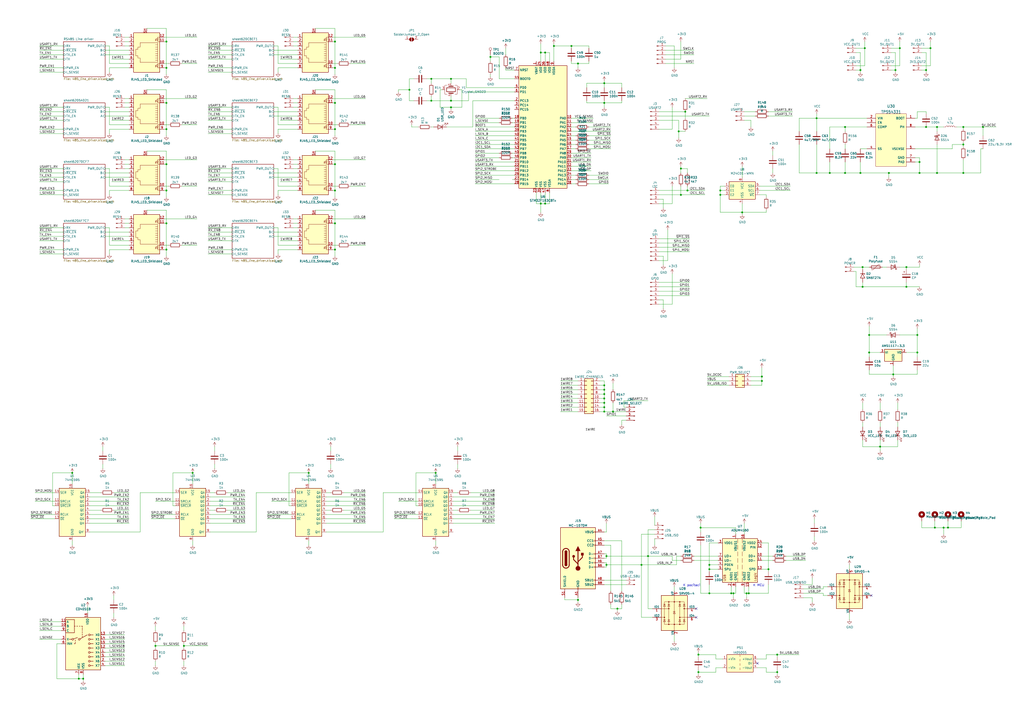
<source format=kicad_sch>
(kicad_sch (version 20211123) (generator eeschema)
  (paper "A2")
  (junction (at 194.31 95.25))
  (junction (at 45.72 393.7))
  (junction (at 179.07 274.32))
  (junction (at 504.19 194.31))
  (junction (at 605.79 128.27))
  (junction (at 643.89 77.47))
  (junction (at 542.29 306.07))
  (junction (at 533.4 100.33))
  (junction (at 654.05 77.47))
  (junction (at 375.92 322.58))
  (junction (at 659.13 46.99))
  (junction (at 351.79 322.58))
  (junction (at 350.52 48.26))
  (junction (at 612.14 97.79))
  (junction (at 626.11 57.15))
  (junction (at 499.11 100.33))
  (junction (at 397.51 64.77))
  (junction (at 652.78 128.27))
  (junction (at 96.52 24.13))
  (junction (at 96.52 129.54))
  (junction (at 96.52 74.93))
  (junction (at 41.91 274.32))
  (junction (at 441.96 218.44))
  (junction (at 543.56 73.66))
  (junction (at 96.52 95.25))
  (junction (at 335.28 36.83))
  (junction (at 433.07 344.17))
  (junction (at 335.28 347.98))
  (junction (at 111.76 274.32))
  (junction (at 481.33 100.33))
  (junction (at 252.73 274.32))
  (junction (at 96.52 39.37))
  (junction (at 350.52 231.14))
  (junction (at 628.65 97.79))
  (junction (at 350.52 236.22))
  (junction (at 539.75 27.94))
  (junction (at 501.65 27.94))
  (junction (at 473.71 100.33))
  (junction (at 543.56 100.33))
  (junction (at 661.67 77.47))
  (junction (at 313.69 30.48))
  (junction (at 394.97 113.03))
  (junction (at 250.19 58.42))
  (junction (at 643.89 41.91))
  (junction (at 194.31 24.13))
  (junction (at 547.37 306.07))
  (junction (at 500.38 166.37))
  (junction (at 350.52 228.6))
  (junction (at 350.52 59.69))
  (junction (at 558.8 73.66))
  (junction (at 48.26 393.7))
  (junction (at 445.77 330.2))
  (junction (at 525.78 166.37))
  (junction (at 510.54 259.08))
  (junction (at 615.95 128.27))
  (junction (at 434.34 344.17))
  (junction (at 194.31 74.93))
  (junction (at 549.91 306.07))
  (junction (at 519.43 40.64))
  (junction (at 411.48 344.17))
  (junction (at 450.85 379.73))
  (junction (at 194.31 144.78))
  (junction (at 261.62 58.42))
  (junction (at 537.21 73.66))
  (junction (at 659.13 35.56))
  (junction (at 473.71 68.58))
  (junction (at 355.6 238.76))
  (junction (at 237.49 52.07))
  (junction (at 417.83 110.49))
  (junction (at 626.11 54.61))
  (junction (at 425.45 344.17))
  (junction (at 406.4 306.07))
  (junction (at 499.11 40.64))
  (junction (at 601.98 77.47))
  (junction (at 284.48 33.02))
  (junction (at 411.48 330.2))
  (junction (at 570.23 73.66))
  (junction (at 350.52 223.52))
  (junction (at 532.13 194.31))
  (junction (at 654.05 97.79))
  (junction (at 398.78 110.49))
  (junction (at 313.69 118.11))
  (junction (at 670.56 128.27))
  (junction (at 394.97 97.79))
  (junction (at 558.8 100.33))
  (junction (at 633.73 146.05))
  (junction (at 424.18 344.17))
  (junction (at 533.4 93.98))
  (junction (at 316.23 30.48))
  (junction (at 90.17 374.65))
  (junction (at 194.31 59.69))
  (junction (at 490.22 73.66))
  (junction (at 372.11 327.66))
  (junction (at 659.13 57.15))
  (junction (at 411.48 327.66))
  (junction (at 441.96 220.98))
  (junction (at 358.14 353.06))
  (junction (at 350.52 238.76))
  (junction (at 321.31 26.67))
  (junction (at 331.47 26.67))
  (junction (at 614.68 77.47))
  (junction (at 637.54 146.05))
  (junction (at 405.13 389.89))
  (junction (at 417.83 113.03))
  (junction (at 504.19 204.47))
  (junction (at 525.78 154.94))
  (junction (at 194.31 39.37))
  (junction (at 668.02 35.56))
  (junction (at 537.21 40.64))
  (junction (at 350.52 226.06))
  (junction (at 518.16 217.17))
  (junction (at 250.19 45.72))
  (junction (at 351.79 327.66))
  (junction (at 350.52 233.68))
  (junction (at 96.52 110.49))
  (junction (at 652.78 146.05))
  (junction (at 405.13 379.73))
  (junction (at 558.8 83.82))
  (junction (at 521.97 27.94))
  (junction (at 642.62 146.05))
  (junction (at 261.62 45.72))
  (junction (at 261.62 62.23))
  (junction (at 490.22 100.33))
  (junction (at 500.38 154.94))
  (junction (at 393.7 76.2))
  (junction (at 643.89 57.15))
  (junction (at 194.31 129.54))
  (junction (at 316.23 118.11))
  (junction (at 96.52 144.78))
  (junction (at 654.05 87.63))
  (junction (at 532.13 204.47))
  (junction (at 194.31 110.49))
  (junction (at 626.11 146.05))
  (junction (at 106.68 374.65))
  (junction (at 612.14 77.47))
  (junction (at 450.85 389.89))
  (junction (at 671.83 77.47))
  (junction (at 96.52 59.69))
  (junction (at 615.95 146.05))
  (junction (at 629.92 146.05))
  (junction (at 515.62 100.33))
  (junction (at 430.53 123.19))
  (no_connect (at 439.42 384.81))
  (no_connect (at 505.46 345.44))
  (no_connect (at 403.86 353.06))
  (no_connect (at 403.86 358.14))
  (wire (pts (xy 331.47 96.52) (xy 342.9 96.52)))
  (wire (pts (xy 275.59 81.28) (xy 298.45 81.28)))
  (wire (pts (xy 341.63 83.82) (xy 354.33 83.82)))
  (wire (pts (xy 36.83 132.08) (xy 22.86 132.08)))
  (wire (pts (xy 521.97 27.94) (xy 521.97 24.13)))
  (wire (pts (xy 415.29 382.27) (xy 415.29 379.73)))
  (wire (pts (xy 325.12 220.98) (xy 335.28 220.98)))
  (wire (pts (xy 382.27 143.51) (xy 400.05 143.51)))
  (wire (pts (xy 382.27 148.59) (xy 384.81 148.59)))
  (wire (pts (xy 654.05 87.63) (xy 661.67 87.63)))
  (wire (pts (xy 670.56 142.24) (xy 670.56 146.05)))
  (wire (pts (xy 63.5 97.79) (xy 60.96 97.79)))
  (wire (pts (xy 95.25 142.24) (xy 97.79 142.24)))
  (wire (pts (xy 203.2 72.39) (xy 212.09 72.39)))
  (wire (pts (xy 444.5 387.35) (xy 444.5 389.89)))
  (wire (pts (xy 671.83 77.47) (xy 687.07 77.47)))
  (wire (pts (xy 643.89 82.55) (xy 643.89 87.63)))
  (wire (pts (xy 379.73 299.72) (xy 379.73 304.8)))
  (wire (pts (xy 95.25 39.37) (xy 96.52 39.37)))
  (wire (pts (xy 378.46 353.06) (xy 375.92 353.06)))
  (wire (pts (xy 504.19 217.17) (xy 504.19 214.63)))
  (wire (pts (xy 158.75 137.16) (xy 172.72 137.16)))
  (wire (pts (xy 450.85 389.89) (xy 450.85 391.16)))
  (wire (pts (xy 158.75 64.77) (xy 172.72 64.77)))
  (wire (pts (xy 537.21 30.48) (xy 534.67 30.48)))
  (wire (pts (xy 382.27 64.77) (xy 397.51 64.77)))
  (wire (pts (xy 350.52 223.52) (xy 350.52 226.06)))
  (wire (pts (xy 182.88 16.51) (xy 194.31 16.51)))
  (wire (pts (xy 510.54 245.11) (xy 510.54 247.65)))
  (wire (pts (xy 363.22 243.84) (xy 360.68 243.84)))
  (wire (pts (xy 350.52 233.68) (xy 350.52 236.22)))
  (wire (pts (xy 405.13 388.62) (xy 405.13 389.89)))
  (wire (pts (xy 499.11 93.98) (xy 499.11 100.33)))
  (wire (pts (xy 298.45 40.64) (xy 293.37 40.64)))
  (wire (pts (xy 275.59 88.9) (xy 289.56 88.9)))
  (wire (pts (xy 106.68 374.65) (xy 106.68 375.92)))
  (wire (pts (xy 643.89 48.26) (xy 643.89 41.91)))
  (wire (pts (xy 539.75 27.94) (xy 539.75 24.13)))
  (wire (pts (xy 325.12 226.06) (xy 335.28 226.06)))
  (wire (pts (xy 297.18 91.44) (xy 298.45 91.44)))
  (wire (pts (xy 238.76 73.66) (xy 242.57 73.66)))
  (wire (pts (xy 558.8 73.66) (xy 558.8 74.93)))
  (wire (pts (xy 389.89 176.53) (xy 389.89 158.75)))
  (wire (pts (xy 60.96 386.08) (xy 72.39 386.08)))
  (wire (pts (xy 259.08 73.66) (xy 274.32 73.66)))
  (wire (pts (xy 405.13 379.73) (xy 405.13 381)))
  (wire (pts (xy 637.54 146.05) (xy 633.73 146.05)))
  (wire (pts (xy 499.11 86.36) (xy 502.92 86.36)))
  (wire (pts (xy 247.65 58.42) (xy 250.19 58.42)))
  (wire (pts (xy 661.67 77.47) (xy 671.83 77.47)))
  (wire (pts (xy 434.34 344.17) (xy 434.34 340.36)))
  (wire (pts (xy 228.6 298.45) (xy 242.57 298.45)))
  (wire (pts (xy 313.69 30.48) (xy 313.69 25.4)))
  (wire (pts (xy 431.8 344.17) (xy 433.07 344.17)))
  (wire (pts (xy 222.25 285.75) (xy 222.25 308.61)))
  (wire (pts (xy 194.31 110.49) (xy 194.31 114.3)))
  (wire (pts (xy 105.41 72.39) (xy 114.3 72.39)))
  (wire (pts (xy 495.3 154.94) (xy 500.38 154.94)))
  (wire (pts (xy 284.48 33.02) (xy 284.48 35.56)))
  (wire (pts (xy 435.61 223.52) (xy 441.96 223.52)))
  (wire (pts (xy 530.86 68.58) (xy 532.13 68.58)))
  (wire (pts (xy 252.73 313.69) (xy 252.73 316.23)))
  (wire (pts (xy 549.91 302.26) (xy 549.91 306.07)))
  (wire (pts (xy 612.14 83.82) (xy 612.14 77.47)))
  (wire (pts (xy 134.62 144.78) (xy 120.65 144.78)))
  (wire (pts (xy 642.62 146.05) (xy 642.62 149.86)))
  (wire (pts (xy 36.83 29.21) (xy 22.86 29.21)))
  (wire (pts (xy 275.59 101.6) (xy 298.45 101.6)))
  (wire (pts (xy 350.52 58.42) (xy 350.52 59.69)))
  (wire (pts (xy 95.25 36.83) (xy 97.79 36.83)))
  (wire (pts (xy 499.11 40.64) (xy 499.11 30.48)))
  (wire (pts (xy 347.98 233.68) (xy 350.52 233.68)))
  (wire (pts (xy 189.23 288.29) (xy 212.09 288.29)))
  (wire (pts (xy 516.89 27.94) (xy 521.97 27.94)))
  (wire (pts (xy 231.14 53.34) (xy 231.14 52.07)))
  (wire (pts (xy 161.29 39.37) (xy 161.29 41.91)))
  (wire (pts (xy 394.97 325.12) (xy 389.89 325.12)))
  (wire (pts (xy 96.52 24.13) (xy 96.52 39.37)))
  (wire (pts (xy 431.8 303.53) (xy 431.8 309.88)))
  (wire (pts (xy 72.39 97.79) (xy 74.93 97.79)))
  (wire (pts (xy 275.59 83.82) (xy 298.45 83.82)))
  (wire (pts (xy 193.04 74.93) (xy 194.31 74.93)))
  (wire (pts (xy 334.01 78.74) (xy 331.47 78.74)))
  (wire (pts (xy 52.07 300.99) (xy 74.93 300.99)))
  (wire (pts (xy 533.4 100.33) (xy 533.4 93.98)))
  (wire (pts (xy 406.4 308.61) (xy 406.4 306.07)))
  (wire (pts (xy 273.05 295.91) (xy 287.02 295.91)))
  (wire (pts (xy 331.47 104.14) (xy 334.01 104.14)))
  (wire (pts (xy 605.79 128.27) (xy 605.79 123.19)))
  (wire (pts (xy 358.14 353.06) (xy 358.14 354.33)))
  (wire (pts (xy 547.37 306.07) (xy 549.91 306.07)))
  (wire (pts (xy 167.64 293.37) (xy 167.64 274.32)))
  (wire (pts (xy 361.95 236.22) (xy 361.95 232.41)))
  (wire (pts (xy 354.33 350.52) (xy 354.33 353.06)))
  (wire (pts (xy 448.31 100.33) (xy 448.31 97.79)))
  (wire (pts (xy 63.5 107.95) (xy 74.93 107.95)))
  (wire (pts (xy 96.52 129.54) (xy 96.52 144.78)))
  (wire (pts (xy 262.89 290.83) (xy 287.02 290.83)))
  (wire (pts (xy 148.59 285.75) (xy 168.91 285.75)))
  (wire (pts (xy 375.92 307.34) (xy 375.92 322.58)))
  (wire (pts (xy 402.59 322.58) (xy 416.56 322.58)))
  (wire (pts (xy 518.16 217.17) (xy 504.19 217.17)))
  (wire (pts (xy 121.92 298.45) (xy 142.24 298.45)))
  (wire (pts (xy 382.27 110.49) (xy 398.78 110.49)))
  (wire (pts (xy 640.08 66.04) (xy 640.08 80.01)))
  (wire (pts (xy 434.34 344.17) (xy 445.77 344.17)))
  (wire (pts (xy 372.11 358.14) (xy 372.11 327.66)))
  (wire (pts (xy 59.69 261.62) (xy 59.69 259.08)))
  (wire (pts (xy 659.13 48.26) (xy 659.13 46.99)))
  (wire (pts (xy 36.83 69.85) (xy 22.86 69.85)))
  (wire (pts (xy 445.77 314.96) (xy 445.77 330.2)))
  (wire (pts (xy 397.51 57.15) (xy 410.21 57.15)))
  (wire (pts (xy 121.92 295.91) (xy 124.46 295.91)))
  (wire (pts (xy 382.27 171.45) (xy 400.05 171.45)))
  (wire (pts (xy 351.79 322.58) (xy 351.79 323.85)))
  (wire (pts (xy 331.47 93.98) (xy 342.9 93.98)))
  (wire (pts (xy 193.04 129.54) (xy 194.31 129.54)))
  (wire (pts (xy 516.89 40.64) (xy 519.43 40.64)))
  (wire (pts (xy 360.68 353.06) (xy 360.68 350.52)))
  (wire (pts (xy 95.25 24.13) (xy 96.52 24.13)))
  (wire (pts (xy 532.13 68.58) (xy 532.13 64.77)))
  (wire (pts (xy 466.09 344.17) (xy 477.52 344.17)))
  (wire (pts (xy 241.3 293.37) (xy 241.3 274.32)))
  (wire (pts (xy 537.21 40.64) (xy 537.21 30.48)))
  (wire (pts (xy 121.92 290.83) (xy 142.24 290.83)))
  (wire (pts (xy 63.5 74.93) (xy 63.5 77.47)))
  (wire (pts (xy 101.6 290.83) (xy 90.17 290.83)))
  (wire (pts (xy 410.21 220.98) (xy 422.91 220.98)))
  (wire (pts (xy 182.88 121.92) (xy 194.31 121.92)))
  (wire (pts (xy 530.86 86.36) (xy 552.45 86.36)))
  (wire (pts (xy 435.61 69.85) (xy 435.61 73.66)))
  (wire (pts (xy 441.96 223.52) (xy 441.96 220.98)))
  (wire (pts (xy 316.23 30.48) (xy 318.77 30.48)))
  (wire (pts (xy 231.14 52.07) (xy 237.49 52.07)))
  (wire (pts (xy 203.2 107.95) (xy 212.09 107.95)))
  (wire (pts (xy 532.13 190.5) (xy 532.13 194.31)))
  (wire (pts (xy 628.65 97.79) (xy 628.65 100.33)))
  (wire (pts (xy 134.62 134.62) (xy 120.65 134.62)))
  (wire (pts (xy 334.01 106.68) (xy 331.47 106.68)))
  (wire (pts (xy 444.5 389.89) (xy 450.85 389.89)))
  (wire (pts (xy 411.48 314.96) (xy 411.48 327.66)))
  (wire (pts (xy 515.62 100.33) (xy 515.62 102.87)))
  (wire (pts (xy 405.13 389.89) (xy 415.29 389.89)))
  (wire (pts (xy 237.49 58.42) (xy 240.03 58.42)))
  (wire (pts (xy 255.27 62.23) (xy 261.62 62.23)))
  (wire (pts (xy 570.23 86.36) (xy 568.96 86.36)))
  (wire (pts (xy 250.19 48.26) (xy 250.19 45.72)))
  (wire (pts (xy 265.43 271.78) (xy 265.43 269.24)))
  (wire (pts (xy 477.52 345.44) (xy 477.52 344.17)))
  (wire (pts (xy 203.2 36.83) (xy 212.09 36.83)))
  (wire (pts (xy 325.12 238.76) (xy 335.28 238.76)))
  (wire (pts (xy 36.83 62.23) (xy 22.86 62.23)))
  (wire (pts (xy 340.36 50.8) (xy 340.36 48.26)))
  (wire (pts (xy 417.83 123.19) (xy 430.53 123.19)))
  (wire (pts (xy 121.92 303.53) (xy 142.24 303.53)))
  (wire (pts (xy 170.18 57.15) (xy 172.72 57.15)))
  (wire (pts (xy 90.17 373.38) (xy 90.17 374.65)))
  (wire (pts (xy 347.98 228.6) (xy 350.52 228.6)))
  (wire (pts (xy 194.31 95.25) (xy 194.31 110.49)))
  (wire (pts (xy 340.36 58.42) (xy 340.36 59.69)))
  (wire (pts (xy 670.56 128.27) (xy 670.56 134.62)))
  (wire (pts (xy 96.52 59.69) (xy 96.52 74.93)))
  (wire (pts (xy 382.27 168.91) (xy 400.05 168.91)))
  (wire (pts (xy 161.29 107.95) (xy 161.29 97.79)))
  (wire (pts (xy 265.43 261.62) (xy 265.43 259.08)))
  (wire (pts (xy 379.73 312.42) (xy 379.73 316.23)))
  (wire (pts (xy 267.97 52.07) (xy 266.7 52.07)))
  (wire (pts (xy 325.12 236.22) (xy 335.28 236.22)))
  (wire (pts (xy 134.62 139.7) (xy 120.65 139.7)))
  (wire (pts (xy 52.07 298.45) (xy 74.93 298.45)))
  (wire (pts (xy 297.18 71.12) (xy 298.45 71.12)))
  (wire (pts (xy 441.96 322.58) (xy 448.31 322.58)))
  (wire (pts (xy 554.99 73.66) (xy 558.8 73.66)))
  (wire (pts (xy 615.95 146.05) (xy 605.79 146.05)))
  (wire (pts (xy 441.96 325.12) (xy 448.31 325.12)))
  (wire (pts (xy 552.45 86.36) (xy 552.45 83.82)))
  (wire (pts (xy 351.79 241.3) (xy 363.22 241.3)))
  (wire (pts (xy 420.37 110.49) (xy 417.83 110.49)))
  (wire (pts (xy 162.56 105.41) (xy 172.72 105.41)))
  (wire (pts (xy 134.62 97.79) (xy 120.65 97.79)))
  (wire (pts (xy 601.98 83.82) (xy 601.98 77.47)))
  (wire (pts (xy 85.09 52.07) (xy 96.52 52.07)))
  (wire (pts (xy 638.81 36.83) (xy 640.08 36.83)))
  (wire (pts (xy 534.67 302.26) (xy 534.67 306.07)))
  (wire (pts (xy 36.83 97.79) (xy 22.86 97.79)))
  (wire (pts (xy 382.27 67.31) (xy 411.48 67.31)))
  (wire (pts (xy 382.27 118.11) (xy 389.89 118.11)))
  (wire (pts (xy 96.52 87.63) (xy 96.52 95.25)))
  (wire (pts (xy 406.4 306.07) (xy 426.72 306.07)))
  (wire (pts (xy 33.02 373.38) (xy 35.56 373.38)))
  (wire (pts (xy 363.22 236.22) (xy 361.95 236.22)))
  (wire (pts (xy 601.98 91.44) (xy 601.98 97.79)))
  (wire (pts (xy 250.19 45.72) (xy 247.65 45.72)))
  (wire (pts (xy 48.26 394.97) (xy 48.26 393.7)))
  (wire (pts (xy 543.56 73.66) (xy 547.37 73.66)))
  (wire (pts (xy 351.79 327.66) (xy 372.11 327.66)))
  (wire (pts (xy 668.02 57.15) (xy 668.02 50.8)))
  (wire (pts (xy 652.78 142.24) (xy 652.78 146.05)))
  (wire (pts (xy 242.57 290.83) (xy 231.14 290.83)))
  (wire (pts (xy 511.81 154.94) (xy 514.35 154.94)))
  (wire (pts (xy 643.89 29.21) (xy 643.89 30.48)))
  (wire (pts (xy 568.96 100.33) (xy 558.8 100.33)))
  (wire (pts (xy 355.6 233.68) (xy 355.6 238.76)))
  (wire (pts (xy 626.11 140.97) (xy 626.11 146.05)))
  (wire (pts (xy 60.96 100.33) (xy 74.93 100.33)))
  (wire (pts (xy 64.77 105.41) (xy 74.93 105.41)))
  (wire (pts (xy 318.77 30.48) (xy 318.77 35.56)))
  (wire (pts (xy 193.04 57.15) (xy 212.09 57.15)))
  (wire (pts (xy 510.54 233.68) (xy 510.54 237.49)))
  (wire (pts (xy 445.77 64.77) (xy 459.74 64.77)))
  (wire (pts (xy 441.96 330.2) (xy 445.77 330.2)))
  (wire (pts (xy 496.57 27.94) (xy 501.65 27.94)))
  (wire (pts (xy 389.89 118.11) (xy 389.89 107.95)))
  (wire (pts (xy 473.71 83.82) (xy 473.71 100.33)))
  (wire (pts (xy 60.96 67.31) (xy 74.93 67.31)))
  (wire (pts (xy 500.38 166.37) (xy 500.38 163.83)))
  (wire (pts (xy 425.45 344.17) (xy 425.45 346.71)))
  (wire (pts (xy 52.07 308.61) (xy 81.28 308.61)))
  (wire (pts (xy 411.48 327.66) (xy 411.48 330.2)))
  (wire (pts (xy 654.05 96.52) (xy 654.05 97.79)))
  (wire (pts (xy 542.29 302.26) (xy 542.29 306.07)))
  (wire (pts (xy 95.25 74.93) (xy 96.52 74.93)))
  (wire (pts (xy 445.77 67.31) (xy 459.74 67.31)))
  (wire (pts (xy 440.69 110.49) (xy 458.47 110.49)))
  (wire (pts (xy 161.29 62.23) (xy 158.75 62.23)))
  (wire (pts (xy 284.48 31.75) (xy 284.48 33.02)))
  (wire (pts (xy 134.62 34.29) (xy 120.65 34.29)))
  (wire (pts (xy 63.5 142.24) (xy 74.93 142.24)))
  (wire (pts (xy 170.18 62.23) (xy 172.72 62.23)))
  (wire (pts (xy 63.5 132.08) (xy 60.96 132.08)))
  (wire (pts (xy 289.56 45.72) (xy 298.45 45.72)))
  (wire (pts (xy 652.78 134.62) (xy 652.78 128.27)))
  (wire (pts (xy 350.52 48.26) (xy 360.68 48.26)))
  (wire (pts (xy 327.66 347.98) (xy 335.28 347.98)))
  (wire (pts (xy 270.51 50.8) (xy 270.51 45.72)))
  (wire (pts (xy 655.32 41.91) (xy 655.32 35.56)))
  (wire (pts (xy 331.47 91.44) (xy 342.9 91.44)))
  (wire (pts (xy 347.98 223.52) (xy 350.52 223.52)))
  (wire (pts (xy 411.48 344.17) (xy 424.18 344.17)))
  (wire (pts (xy 350.52 220.98) (xy 350.52 223.52)))
  (wire (pts (xy 95.25 95.25) (xy 96.52 95.25)))
  (wire (pts (xy 430.53 118.11) (xy 430.53 123.19)))
  (wire (pts (xy 189.23 290.83) (xy 212.09 290.83)))
  (wire (pts (xy 455.93 322.58) (xy 467.36 322.58)))
  (wire (pts (xy 612.14 97.79) (xy 601.98 97.79)))
  (wire (pts (xy 33.02 393.7) (xy 33.02 373.38)))
  (wire (pts (xy 519.43 30.48) (xy 516.89 30.48)))
  (wire (pts (xy 111.76 274.32) (xy 111.76 280.67)))
  (wire (pts (xy 121.92 308.61) (xy 148.59 308.61)))
  (wire (pts (xy 670.56 146.05) (xy 652.78 146.05)))
  (wire (pts (xy 492.76 327.66) (xy 492.76 330.2)))
  (wire (pts (xy 52.07 288.29) (xy 74.93 288.29)))
  (wire (pts (xy 386.08 36.83) (xy 402.59 36.83)))
  (wire (pts (xy 36.83 134.62) (xy 22.86 134.62)))
  (wire (pts (xy 189.23 285.75) (xy 191.77 285.75)))
  (wire (pts (xy 615.95 128.27) (xy 605.79 128.27)))
  (wire (pts (xy 158.75 134.62) (xy 172.72 134.62)))
  (wire (pts (xy 626.11 57.15) (xy 626.11 59.69)))
  (wire (pts (xy 261.62 62.23) (xy 267.97 62.23)))
  (wire (pts (xy 261.62 45.72) (xy 250.19 45.72)))
  (wire (pts (xy 341.63 81.28) (xy 354.33 81.28)))
  (wire (pts (xy 417.83 110.49) (xy 417.83 113.03)))
  (wire (pts (xy 170.18 59.69) (xy 172.72 59.69)))
  (wire (pts (xy 612.14 77.47) (xy 614.68 77.47)))
  (wire (pts (xy 379.73 309.88) (xy 372.11 309.88)))
  (wire (pts (xy 331.47 88.9) (xy 342.9 88.9)))
  (wire (pts (xy 654.05 77.47) (xy 654.05 78.74)))
  (wire (pts (xy 297.18 68.58) (xy 298.45 68.58)))
  (wire (pts (xy 350.52 336.55) (xy 363.22 336.55)))
  (wire (pts (xy 31.75 293.37) (xy 30.48 293.37)))
  (wire (pts (xy 542.29 306.07) (xy 547.37 306.07)))
  (wire (pts (xy 162.56 34.29) (xy 172.72 34.29)))
  (wire (pts (xy 411.48 330.2) (xy 411.48 331.47)))
  (wire (pts (xy 543.56 73.66) (xy 543.56 76.2)))
  (wire (pts (xy 350.52 226.06) (xy 350.52 228.6)))
  (wire (pts (xy 392.43 327.66) (xy 392.43 322.58)))
  (wire (pts (xy 191.77 271.78) (xy 191.77 269.24)))
  (wire (pts (xy 466.09 339.09) (xy 471.17 339.09)))
  (wire (pts (xy 659.13 35.56) (xy 668.02 35.56)))
  (wire (pts (xy 654.05 77.47) (xy 661.67 77.47)))
  (wire (pts (xy 240.03 45.72) (xy 237.49 45.72)))
  (wire (pts (xy 661.67 87.63) (xy 661.67 86.36)))
  (wire (pts (xy 284.48 44.45) (xy 284.48 43.18)))
  (wire (pts (xy 121.92 285.75) (xy 124.46 285.75)))
  (wire (pts (xy 63.5 62.23) (xy 60.96 62.23)))
  (wire (pts (xy 530.86 73.66) (xy 537.21 73.66)))
  (wire (pts (xy 394.97 97.79) (xy 394.97 100.33)))
  (wire (pts (xy 193.04 110.49) (xy 194.31 110.49)))
  (wire (pts (xy 52.07 290.83) (xy 74.93 290.83)))
  (wire (pts (xy 504.19 189.23) (xy 504.19 194.31)))
  (wire (pts (xy 72.39 57.15) (xy 74.93 57.15)))
  (wire (pts (xy 379.73 307.34) (xy 375.92 307.34)))
  (wire (pts (xy 444.5 113.03) (xy 444.5 114.3)))
  (wire (pts (xy 72.39 95.25) (xy 74.93 95.25)))
  (wire (pts (xy 63.5 144.78) (xy 74.93 144.78)))
  (wire (pts (xy 638.81 77.47) (xy 643.89 77.47)))
  (wire (pts (xy 640.08 29.21) (xy 643.89 29.21)))
  (wire (pts (xy 671.83 86.36) (xy 671.83 97.79)))
  (wire (pts (xy 252.73 274.32) (xy 252.73 280.67)))
  (wire (pts (xy 45.72 391.16) (xy 45.72 393.7)))
  (wire (pts (xy 473.71 68.58) (xy 502.92 68.58)))
  (wire (pts (xy 134.62 64.77) (xy 120.65 64.77)))
  (wire (pts (xy 490.22 100.33) (xy 499.11 100.33)))
  (wire (pts (xy 95.25 72.39) (xy 97.79 72.39)))
  (wire (pts (xy 63.5 72.39) (xy 74.93 72.39)))
  (wire (pts (xy 445.77 344.17) (xy 445.77 339.09)))
  (wire (pts (xy 601.98 77.47) (xy 601.98 72.39)))
  (wire (pts (xy 394.97 34.29) (xy 394.97 24.13)))
  (wire (pts (xy 275.59 104.14) (xy 289.56 104.14)))
  (wire (pts (xy 90.17 374.65) (xy 104.14 374.65)))
  (wire (pts (xy 659.13 57.15) (xy 668.02 57.15)))
  (wire (pts (xy 430.53 102.87) (xy 430.53 96.52)))
  (wire (pts (xy 66.04 285.75) (xy 74.93 285.75)))
  (wire (pts (xy 347.98 231.14) (xy 350.52 231.14)))
  (wire (pts (xy 72.39 24.13) (xy 74.93 24.13)))
  (wire (pts (xy 242.57 300.99) (xy 228.6 300.99)))
  (wire (pts (xy 331.47 27.94) (xy 331.47 26.67)))
  (wire (pts (xy 161.29 26.67) (xy 158.75 26.67)))
  (wire (pts (xy 638.81 82.55) (xy 643.89 82.55)))
  (wire (pts (xy 612.14 77.47) (xy 601.98 77.47)))
  (wire (pts (xy 431.8 67.31) (xy 438.15 67.31)))
  (wire (pts (xy 547.37 306.07) (xy 547.37 309.88)))
  (wire (pts (xy 100.33 293.37) (xy 100.33 274.32)))
  (wire (pts (xy 60.96 383.54) (xy 72.39 383.54)))
  (wire (pts (xy 168.91 300.99) (xy 154.94 300.99)))
  (wire (pts (xy 132.08 285.75) (xy 142.24 285.75)))
  (wire (pts (xy 170.18 92.71) (xy 172.72 92.71)))
  (wire (pts (xy 64.77 139.7) (xy 74.93 139.7)))
  (wire (pts (xy 502.92 73.66) (xy 490.22 73.66)))
  (wire (pts (xy 426.72 344.17) (xy 426.72 340.36)))
  (wire (pts (xy 647.7 128.27) (xy 652.78 128.27)))
  (wire (pts (xy 334.01 83.82) (xy 331.47 83.82)))
  (wire (pts (xy 41.91 274.32) (xy 41.91 280.67)))
  (wire (pts (xy 63.5 36.83) (xy 63.5 26.67)))
  (wire (pts (xy 193.04 36.83) (xy 195.58 36.83)))
  (wire (pts (xy 643.89 77.47) (xy 645.16 77.47)))
  (wire (pts (xy 60.96 381) (xy 72.39 381)))
  (wire (pts (xy 471.17 339.09) (xy 471.17 335.28)))
  (wire (pts (xy 311.15 118.11) (xy 313.69 118.11)))
  (wire (pts (xy 608.33 36.83) (xy 608.33 33.02)))
  (wire (pts (xy 105.41 36.83) (xy 114.3 36.83)))
  (wire (pts (xy 96.52 52.07) (xy 96.52 59.69)))
  (wire (pts (xy 406.4 344.17) (xy 411.48 344.17)))
  (wire (pts (xy 397.51 76.2) (xy 393.7 76.2)))
  (wire (pts (xy 331.47 26.67) (xy 321.31 26.67)))
  (wire (pts (xy 360.68 48.26) (xy 360.68 50.8)))
  (wire (pts (xy 433.07 344.17) (xy 434.34 344.17)))
  (wire (pts (xy 430.53 124.46) (xy 430.53 123.19)))
  (wire (pts (xy 525.78 166.37) (xy 533.4 166.37)))
  (wire (pts (xy 382.27 115.57) (xy 384.81 115.57)))
  (wire (pts (xy 499.11 30.48) (xy 496.57 30.48)))
  (wire (pts (xy 659.13 55.88) (xy 659.13 57.15)))
  (wire (pts (xy 629.92 146.05) (xy 626.11 146.05)))
  (wire (pts (xy 134.62 105.41) (xy 120.65 105.41)))
  (wire (pts (xy 162.56 69.85) (xy 172.72 69.85)))
  (wire (pts (xy 386.08 26.67) (xy 391.16 26.67)))
  (wire (pts (xy 179.07 274.32) (xy 179.07 280.67)))
  (wire (pts (xy 473.71 68.58) (xy 473.71 76.2)))
  (wire (pts (xy 533.4 153.67) (xy 533.4 154.94)))
  (wire (pts (xy 473.71 100.33) (xy 481.33 100.33)))
  (wire (pts (xy 237.49 52.07) (xy 237.49 58.42)))
  (wire (pts (xy 500.38 245.11) (xy 500.38 247.65)))
  (wire (pts (xy 96.52 16.51) (xy 96.52 24.13)))
  (wire (pts (xy 533.4 91.44) (xy 533.4 93.98)))
  (wire (pts (xy 124.46 261.62) (xy 124.46 259.08)))
  (wire (pts (xy 521.97 38.1) (xy 516.89 38.1)))
  (wire (pts (xy 327.66 346.71) (xy 327.66 347.98)))
  (wire (pts (xy 106.68 383.54) (xy 106.68 386.08)))
  (wire (pts (xy 623.57 52.07) (xy 623.57 54.61)))
  (wire (pts (xy 194.31 52.07) (xy 194.31 59.69)))
  (wire (pts (xy 614.68 77.47) (xy 618.49 77.47)))
  (wire (pts (xy 193.04 107.95) (xy 195.58 107.95)))
  (wire (pts (xy 466.09 346.71) (xy 471.17 346.71)))
  (wire (pts (xy 410.21 218.44) (xy 422.91 218.44)))
  (wire (pts (xy 168.91 290.83) (xy 157.48 290.83)))
  (wire (pts (xy 351.79 326.39) (xy 351.79 327.66)))
  (wire (pts (xy 358.14 353.06) (xy 360.68 353.06)))
  (wire (pts (xy 652.78 128.27) (xy 656.59 128.27)))
  (wire (pts (xy 35.56 360.68) (xy 22.86 360.68)))
  (wire (pts (xy 351.79 308.61) (xy 350.52 308.61)))
  (wire (pts (xy 391.16 368.3) (xy 391.16 372.11)))
  (wire (pts (xy 605.79 146.05) (xy 605.79 142.24)))
  (wire (pts (xy 439.42 387.35) (xy 444.5 387.35)))
  (wire (pts (xy 270.51 45.72) (xy 261.62 45.72)))
  (wire (pts (xy 262.89 288.29) (xy 287.02 288.29)))
  (wire (pts (xy 158.75 100.33) (xy 172.72 100.33)))
  (wire (pts (xy 95.25 57.15) (xy 114.3 57.15)))
  (wire (pts (xy 350.52 238.76) (xy 347.98 238.76)))
  (wire (pts (xy 52.07 295.91) (xy 58.42 295.91)))
  (wire (pts (xy 87.63 298.45) (xy 101.6 298.45)))
  (wire (pts (xy 518.16 218.44) (xy 518.16 217.17)))
  (wire (pts (xy 410.21 223.52) (xy 422.91 223.52)))
  (wire (pts (xy 321.31 26.67) (xy 321.31 35.56)))
  (wire (pts (xy 654.05 41.91) (xy 655.32 41.91)))
  (wire (pts (xy 121.92 293.37) (xy 142.24 293.37)))
  (wire (pts (xy 642.62 140.97) (xy 642.62 146.05)))
  (wire (pts (xy 95.25 129.54) (xy 96.52 129.54)))
  (wire (pts (xy 626.11 54.61) (xy 626.11 52.07)))
  (wire (pts (xy 95.25 59.69) (xy 96.52 59.69)))
  (wire (pts (xy 59.69 271.78) (xy 59.69 269.24)))
  (wire (pts (xy 95.25 144.78) (xy 96.52 144.78)))
  (wire (pts (xy 242.57 293.37) (xy 241.3 293.37)))
  (wire (pts (xy 515.62 100.33) (xy 533.4 100.33)))
  (wire (pts (xy 273.05 285.75) (xy 287.02 285.75)))
  (wire (pts (xy 440.69 113.03) (xy 444.5 113.03)))
  (wire (pts (xy 463.55 68.58) (xy 473.71 68.58)))
  (wire (pts (xy 350.52 238.76) (xy 355.6 238.76)))
  (wire (pts (xy 35.56 370.84) (xy 22.86 370.84)))
  (wire (pts (xy 543.56 100.33) (xy 558.8 100.33)))
  (wire (pts (xy 382.27 166.37) (xy 400.05 166.37)))
  (wire (pts (xy 440.69 107.95) (xy 458.47 107.95)))
  (wire (pts (xy 134.62 110.49) (xy 120.65 110.49)))
  (wire (pts (xy 455.93 325.12) (xy 467.36 325.12)))
  (wire (pts (xy 532.13 194.31) (xy 532.13 204.47)))
  (wire (pts (xy 271.78 58.42) (xy 271.78 53.34)))
  (wire (pts (xy 347.98 236.22) (xy 350.52 236.22)))
  (wire (pts (xy 350.52 48.26) (xy 350.52 46.99)))
  (wire (pts (xy 384.81 148.59) (xy 384.81 153.67)))
  (wire (pts (xy 63.5 107.95) (xy 63.5 97.79)))
  (wire (pts (xy 170.18 97.79) (xy 172.72 97.79)))
  (wire (pts (xy 351.79 327.66) (xy 351.79 328.93)))
  (wire (pts (xy 52.07 285.75) (xy 58.42 285.75)))
  (wire (pts (xy 50.8 351.79) (xy 50.8 355.6)))
  (wire (pts (xy 501.65 38.1) (xy 496.57 38.1)))
  (wire (pts (xy 331.47 68.58) (xy 344.17 68.58)))
  (wire (pts (xy 354.33 353.06) (xy 358.14 353.06)))
  (wire (pts (xy 441.96 220.98) (xy 441.96 218.44)))
  (wire (pts (xy 161.29 74.93) (xy 172.72 74.93)))
  (wire (pts (xy 162.56 139.7) (xy 172.72 139.7)))
  (wire (pts (xy 341.63 36.83) (xy 341.63 35.56)))
  (wire (pts (xy 36.83 147.32) (xy 22.86 147.32)))
  (wire (pts (xy 261.62 58.42) (xy 261.62 55.88)))
  (wire (pts (xy 640.08 80.01) (xy 638.81 80.01)))
  (wire (pts (xy 101.6 293.37) (xy 100.33 293.37)))
  (wire (pts (xy 495.3 157.48) (xy 496.57 157.48)))
  (wire (pts (xy 501.65 27.94) (xy 501.65 38.1)))
  (wire (pts (xy 389.89 74.93) (xy 389.89 62.23)))
  (wire (pts (xy 134.62 74.93) (xy 120.65 74.93)))
  (wire (pts (xy 36.83 113.03) (xy 22.86 113.03)))
  (wire (pts (xy 435.61 220.98) (xy 441.96 220.98)))
  (wire (pts (xy 36.83 41.91) (xy 22.86 41.91)))
  (wire (pts (xy 415.29 389.89) (xy 415.29 387.35)))
  (wire (pts (xy 275.59 73.66) (xy 298.45 73.66)))
  (wire (pts (xy 170.18 127) (xy 172.72 127)))
  (wire (pts (xy 64.77 69.85) (xy 74.93 69.85)))
  (wire (pts (xy 537.21 41.91) (xy 537.21 40.64)))
  (wire (pts (xy 293.37 40.64) (xy 293.37 39.37)))
  (wire (pts (xy 194.31 121.92) (xy 194.31 129.54)))
  (wire (pts (xy 360.68 59.69) (xy 360.68 58.42)))
  (wire (pts (xy 105.41 107.95) (xy 114.3 107.95)))
  (wire (pts (xy 85.09 121.92) (xy 96.52 121.92)))
  (wire (pts (xy 490.22 83.82) (xy 490.22 86.36)))
  (wire (pts (xy 386.08 31.75) (xy 402.59 31.75)))
  (wire (pts (xy 313.69 35.56) (xy 313.69 30.48)))
  (wire (pts (xy 96.52 144.78) (xy 96.52 148.59)))
  (wire (pts (xy 41.91 313.69) (xy 41.91 316.23)))
  (wire (pts (xy 643.89 55.88) (xy 643.89 57.15)))
  (wire (pts (xy 63.5 26.67) (xy 60.96 26.67)))
  (wire (pts (xy 473.71 66.04) (xy 473.71 68.58)))
  (wire (pts (xy 633.73 140.97) (xy 633.73 146.05)))
  (wire (pts (xy 170.18 21.59) (xy 172.72 21.59)))
  (wire (pts (xy 568.96 86.36) (xy 568.96 100.33)))
  (wire (pts (xy 534.67 40.64) (xy 537.21 40.64)))
  (wire (pts (xy 558.8 73.66) (xy 570.23 73.66)))
  (wire (pts (xy 654.05 87.63) (xy 654.05 88.9)))
  (wire (pts (xy 36.83 77.47) (xy 22.86 77.47)))
  (wire (pts (xy 384.81 115.57) (xy 384.81 120.65)))
  (wire (pts (xy 64.77 34.29) (xy 74.93 34.29)))
  (wire (pts (xy 193.04 144.78) (xy 194.31 144.78)))
  (wire (pts (xy 199.39 295.91) (xy 212.09 295.91)))
  (wire (pts (xy 361.95 232.41) (xy 375.92 232.41)))
  (wire (pts (xy 325.12 228.6) (xy 335.28 228.6)))
  (wire (pts (xy 134.62 67.31) (xy 120.65 67.31)))
  (wire (pts (xy 161.29 97.79) (xy 158.75 97.79)))
  (wire (pts (xy 397.51 64.77) (xy 397.51 68.58)))
  (wire (pts (xy 570.23 73.66) (xy 577.85 73.66)))
  (wire (pts (xy 615.95 134.62) (xy 615.95 128.27)))
  (wire (pts (xy 60.96 102.87) (xy 74.93 102.87)))
  (wire (pts (xy 158.75 29.21) (xy 172.72 29.21)))
  (wire (pts (xy 134.62 39.37) (xy 120.65 39.37)))
  (wire (pts (xy 654.05 97.79) (xy 628.65 97.79)))
  (wire (pts (xy 318.77 118.11) (xy 316.23 118.11)))
  (wire (pts (xy 341.63 78.74) (xy 354.33 78.74)))
  (wire (pts (xy 72.39 129.54) (xy 74.93 129.54)))
  (wire (pts (xy 134.62 31.75) (xy 120.65 31.75)))
  (wire (pts (xy 514.35 194.31) (xy 504.19 194.31)))
  (wire (pts (xy 382.27 69.85) (xy 393.7 69.85)))
  (wire (pts (xy 311.15 111.76) (xy 311.15 118.11)))
  (wire (pts (xy 500.38 166.37) (xy 525.78 166.37)))
  (wire (pts (xy 510.54 259.08) (xy 520.7 259.08)))
  (wire (pts (xy 262.89 293.37) (xy 287.02 293.37)))
  (wire (pts (xy 161.29 107.95) (xy 172.72 107.95)))
  (wire (pts (xy 36.83 74.93) (xy 22.86 74.93)))
  (wire (pts (xy 161.29 132.08) (xy 158.75 132.08)))
  (wire (pts (xy 90.17 363.22) (xy 90.17 365.76)))
  (wire (pts (xy 441.96 218.44) (xy 441.96 213.36)))
  (wire (pts (xy 466.09 341.63) (xy 477.52 341.63)))
  (wire (pts (xy 316.23 35.56) (xy 316.23 30.48)))
  (wire (pts (xy 382.27 138.43) (xy 400.05 138.43)))
  (wire (pts (xy 194.31 16.51) (xy 194.31 24.13)))
  (wire (pts (xy 351.79 323.85) (xy 350.52 323.85)))
  (wire (pts (xy 501.65 27.94) (xy 501.65 24.13)))
  (wire (pts (xy 471.17 346.71) (xy 471.17 349.25)))
  (wire (pts (xy 193.04 92.71) (xy 212.09 92.71)))
  (wire (pts (xy 256.54 52.07) (xy 255.27 52.07)))
  (wire (pts (xy 170.18 26.67) (xy 172.72 26.67)))
  (wire (pts (xy 331.47 35.56) (xy 331.47 36.83)))
  (wire (pts (xy 638.81 41.91) (xy 643.89 41.91)))
  (wire (pts (xy 350.52 228.6) (xy 350.52 231.14)))
  (wire (pts (xy 262.89 300.99) (xy 287.02 300.99)))
  (wire (pts (xy 134.62 77.47) (xy 120.65 77.47)))
  (wire (pts (xy 351.79 328.93) (xy 350.52 328.93)))
  (wire (pts (xy 398.78 97.79) (xy 398.78 100.33)))
  (wire (pts (xy 106.68 373.38) (xy 106.68 374.65)))
  (wire (pts (xy 170.18 129.54) (xy 172.72 129.54)))
  (wire (pts (xy 481.33 86.36) (xy 481.33 73.66)))
  (wire (pts (xy 481.33 73.66) (xy 490.22 73.66)))
  (wire (pts (xy 450.85 389.89) (xy 450.85 388.62)))
  (wire (pts (xy 36.83 110.49) (xy 22.86 110.49)))
  (wire (pts (xy 382.27 173.99) (xy 384.81 173.99)))
  (wire (pts (xy 537.21 73.66) (xy 543.56 73.66)))
  (wire (pts (xy 394.97 97.79) (xy 398.78 97.79)))
  (wire (pts (xy 350.52 236.22) (xy 350.52 238.76)))
  (wire (pts (xy 406.4 316.23) (xy 406.4 344.17)))
  (wire (pts (xy 521.97 27.94) (xy 521.97 38.1)))
  (wire (pts (xy 297.18 104.14) (xy 298.45 104.14)))
  (wire (pts (xy 670.56 128.27) (xy 685.8 128.27)))
  (wire (pts (xy 134.62 41.91) (xy 120.65 41.91)))
  (wire (pts (xy 391.16 26.67) (xy 391.16 39.37)))
  (wire (pts (xy 60.96 137.16) (xy 74.93 137.16)))
  (wire (pts (xy 500.38 233.68) (xy 500.38 237.49)))
  (wire (pts (xy 36.83 139.7) (xy 22.86 139.7)))
  (wire (pts (xy 36.83 102.87) (xy 22.86 102.87)))
  (wire (pts (xy 521.97 154.94) (xy 525.78 154.94)))
  (wire (pts (xy 425.45 344.17) (xy 426.72 344.17)))
  (wire (pts (xy 134.62 113.03) (xy 120.65 113.03)))
  (wire (pts (xy 481.33 93.98) (xy 481.33 100.33)))
  (wire (pts (xy 203.2 142.24) (xy 212.09 142.24)))
  (wire (pts (xy 416.56 314.96) (xy 411.48 314.96)))
  (wire (pts (xy 193.04 72.39) (xy 195.58 72.39)))
  (wire (pts (xy 189.23 295.91) (xy 191.77 295.91)))
  (wire (pts (xy 161.29 39.37) (xy 172.72 39.37)))
  (wire (pts (xy 106.68 374.65) (xy 120.65 374.65)))
  (wire (pts (xy 134.62 100.33) (xy 120.65 100.33)))
  (wire (pts (xy 394.97 96.52) (xy 394.97 97.79)))
  (wire (pts (xy 316.23 30.48) (xy 313.69 30.48)))
  (wire (pts (xy 60.96 375.92) (xy 72.39 375.92)))
  (wire (pts (xy 237.49 45.72) (xy 237.49 52.07)))
  (wire (pts (xy 325.12 223.52) (xy 335.28 223.52)))
  (wire (pts (xy 340.36 48.26) (xy 350.52 48.26)))
  (wire (pts (xy 63.5 39.37) (xy 63.5 41.91)))
  (wire (pts (xy 350.52 321.31) (xy 351.79 321.31)))
  (wire (pts (xy 274.32 73.66) (xy 274.32 58.42)))
  (wire (pts (xy 194.31 24.13) (xy 194.31 39.37)))
  (wire (pts (xy 351.79 321.31) (xy 351.79 322.58)))
  (wire (pts (xy 605.79 134.62) (xy 605.79 128.27)))
  (wire (pts (xy 90.17 374.65) (xy 90.17 375.92)))
  (wire (pts (xy 416.56 330.2) (xy 411.48 330.2)))
  (wire (pts (xy 194.31 87.63) (xy 194.31 95.25)))
  (wire (pts (xy 161.29 144.78) (xy 172.72 144.78)))
  (wire (pts (xy 267.97 62.23) (xy 267.97 52.07)))
  (wire (pts (xy 518.16 217.17) (xy 518.16 212.09)))
  (wire (pts (xy 52.07 303.53) (xy 74.93 303.53)))
  (wire (pts (xy 389.89 325.12) (xy 389.89 322.58)))
  (wire (pts (xy 262.89 303.53) (xy 287.02 303.53)))
  (wire (pts (xy 557.53 306.07) (xy 557.53 302.26)))
  (wire (pts (xy 36.83 39.37) (xy 22.86 39.37)))
  (wire (pts (xy 251.46 73.66) (xy 250.19 73.66)))
  (wire (pts (xy 613.41 36.83) (xy 608.33 36.83)))
  (wire (pts (xy 36.83 31.75) (xy 22.86 31.75)))
  (wire (pts (xy 424.18 340.36) (xy 424.18 344.17)))
  (wire (pts (xy 351.79 322.58) (xy 375.92 322.58)))
  (wire (pts (xy 194.31 39.37) (xy 194.31 43.18)))
  (wire (pts (xy 111.76 313.69) (xy 111.76 316.23)))
  (wire (pts (xy 654.05 86.36) (xy 654.05 87.63)))
  (wire (pts (xy 615.95 142.24) (xy 615.95 146.05)))
  (wire (pts (xy 463.55 83.82) (xy 463.55 100.33)))
  (wire (pts (xy 289.56 33.02) (xy 289.56 45.72)))
  (wire (pts (xy 519.43 40.64) (xy 519.43 30.48)))
  (wire (pts (xy 444.5 382.27) (xy 444.5 379.73)))
  (wire (pts (xy 189.23 293.37) (xy 212.09 293.37)))
  (wire (pts (xy 63.5 74.93) (xy 74.93 74.93)))
  (wire (pts (xy 134.62 147.32) (xy 120.65 147.32)))
  (wire (pts (xy 31.75 285.75) (xy 20.32 285.75)))
  (wire (pts (xy 274.32 58.42) (xy 298.45 58.42)))
  (wire (pts (xy 63.5 36.83) (xy 74.93 36.83)))
  (wire (pts (xy 341.63 86.36) (xy 354.33 86.36)))
  (wire (pts (xy 63.5 110.49) (xy 63.5 113.03)))
  (wire (pts (xy 331.47 81.28) (xy 334.01 81.28)))
  (wire (pts (xy 90.17 383.54) (xy 90.17 386.08)))
  (wire (pts (xy 382.27 151.13) (xy 387.35 151.13)))
  (wire (pts (xy 382.27 140.97) (xy 400.05 140.97)))
  (wire (pts (xy 659.13 57.15) (xy 643.89 57.15)))
  (wire (pts (xy 134.62 102.87) (xy 120.65 102.87)))
  (wire (pts (xy 193.04 127) (xy 212.09 127)))
  (wire (pts (xy 341.63 106.68) (xy 353.06 106.68)))
  (wire (pts (xy 96.52 95.25) (xy 96.52 110.49)))
  (wire (pts (xy 318.77 111.76) (xy 318.77 118.11)))
  (wire (pts (xy 633.73 146.05) (xy 629.92 146.05)))
  (wire (pts (xy 417.83 113.03) (xy 417.83 123.19)))
  (wire (pts (xy 532.13 217.17) (xy 532.13 214.63)))
  (wire (pts (xy 293.37 27.94) (xy 293.37 31.75)))
  (wire (pts (xy 441.96 314.96) (xy 445.77 314.96)))
  (wire (pts (xy 222.25 285.75) (xy 242.57 285.75)))
  (wire (pts (xy 643.89 57.15) (xy 626.11 57.15)))
  (wire (pts (xy 643.89 66.04) (xy 640.08 66.04)))
  (wire (pts (xy 335.28 36.83) (xy 335.28 39.37)))
  (wire (pts (xy 496.57 166.37) (xy 500.38 166.37)))
  (wire (pts (xy 95.25 92.71) (xy 114.3 92.71)))
  (wire (pts (xy 193.04 95.25) (xy 194.31 95.25)))
  (wire (pts (xy 60.96 29.21) (xy 74.93 29.21)))
  (wire (pts (xy 668.02 43.18) (xy 668.02 35.56)))
  (wire (pts (xy 335.28 36.83) (xy 341.63 36.83)))
  (wire (pts (xy 398.78 110.49) (xy 408.94 110.49)))
  (wire (pts (xy 121.92 300.99) (xy 142.24 300.99)))
  (wire (pts (xy 496.57 157.48) (xy 496.57 166.37)))
  (wire (pts (xy 45.72 393.7) (xy 33.02 393.7)))
  (wire (pts (xy 424.18 344.17) (xy 425.45 344.17)))
  (wire (pts (xy 534.67 27.94) (xy 539.75 27.94)))
  (wire (pts (xy 95.25 127) (xy 114.3 127)))
  (wire (pts (xy 510.54 255.27) (xy 510.54 259.08)))
  (wire (pts (xy 340.36 59.69) (xy 350.52 59.69)))
  (wire (pts (xy 255.27 52.07) (xy 255.27 62.23)))
  (wire (pts (xy 331.47 86.36) (xy 334.01 86.36)))
  (wire (pts (xy 533.4 100.33) (xy 543.56 100.33)))
  (wire (pts (xy 313.69 111.76) (xy 313.69 118.11)))
  (wire (pts (xy 72.39 26.67) (xy 74.93 26.67)))
  (wire (pts (xy 543.56 83.82) (xy 543.56 100.33)))
  (wire (pts (xy 386.08 34.29) (xy 394.97 34.29)))
  (wire (pts (xy 96.52 39.37) (xy 96.52 43.18)))
  (wire (pts (xy 354.33 342.9) (xy 354.33 316.23)))
  (wire (pts (xy 275.59 91.44) (xy 289.56 91.44)))
  (wire (pts (xy 179.07 313.69) (xy 179.07 316.23)))
  (wire (pts (xy 655.32 35.56) (xy 659.13 35.56)))
  (wire (pts (xy 124.46 271.78) (xy 124.46 269.24)))
  (wire (pts (xy 106.68 363.22) (xy 106.68 365.76)))
  (wire (pts (xy 72.39 132.08) (xy 74.93 132.08)))
  (wire (pts (xy 72.39 21.59) (xy 74.93 21.59)))
  (wire (pts (xy 626.11 57.15) (xy 626.11 54.61)))
  (wire (pts (xy 633.73 115.57) (xy 670.56 115.57)))
  (wire (pts (xy 193.04 59.69) (xy 194.31 59.69)))
  (wire (pts (xy 614.68 82.55) (xy 614.68 77.47)))
  (wire (pts (xy 558.8 92.71) (xy 558.8 100.33)))
  (wire (pts (xy 66.04 347.98) (xy 66.04 345.44)))
  (wire (pts (xy 161.29 72.39) (xy 172.72 72.39)))
  (wire (pts (xy 481.33 100.33) (xy 490.22 100.33)))
  (wire (pts (xy 63.5 142.24) (xy 63.5 132.08)))
  (wire (pts (xy 668.02 35.56) (xy 681.99 35.56)))
  (wire (pts (xy 275.59 78.74) (xy 298.45 78.74)))
  (wire (pts (xy 355.6 222.25) (xy 355.6 226.06)))
  (wire (pts (xy 392.43 322.58) (xy 394.97 322.58)))
  (wire (pts (xy 350.52 231.14) (xy 350.52 233.68)))
  (wire (pts (xy 167.64 274.32) (xy 179.07 274.32)))
  (wire (pts (xy 510.54 204.47) (xy 504.19 204.47)))
  (wire (pts (xy 331.47 36.83) (xy 335.28 36.83)))
  (wire (pts (xy 633.73 115.57) (xy 633.73 120.65)))
  (wire (pts (xy 463.55 100.33) (xy 473.71 100.33)))
  (wire (pts (xy 415.29 387.35) (xy 419.1 387.35)))
  (wire (pts (xy 520.7 245.11) (xy 520.7 247.65)))
  (wire (pts (xy 490.22 73.66) (xy 490.22 76.2)))
  (wire (pts (xy 525.78 163.83) (xy 525.78 166.37)))
  (wire (pts (xy 415.29 379.73) (xy 405.13 379.73)))
  (wire (pts (xy 472.44 300.99) (xy 472.44 303.53)))
  (wire (pts (xy 533.4 154.94) (xy 525.78 154.94)))
  (wire (pts (xy 85.09 87.63) (xy 96.52 87.63)))
  (wire (pts (xy 250.19 58.42) (xy 261.62 58.42)))
  (wire (pts (xy 189.23 298.45) (xy 212.09 298.45)))
  (wire (pts (xy 534.67 306.07) (xy 542.29 306.07)))
  (wire (pts (xy 532.13 64.77) (xy 537.21 64.77)))
  (wire (pts (xy 393.7 69.85) (xy 393.7 76.2)))
  (wire (pts (xy 66.04 358.14) (xy 66.04 355.6)))
  (wire (pts (xy 372.11 309.88) (xy 372.11 327.66)))
  (wire (pts (xy 313.69 123.19) (xy 313.69 118.11)))
  (wire (pts (xy 350.52 326.39) (xy 351.79 326.39)))
  (wire (pts (xy 161.29 72.39) (xy 161.29 62.23)))
  (wire (pts (xy 60.96 378.46) (xy 72.39 378.46)))
  (wire (pts (xy 31.75 290.83) (xy 20.32 290.83)))
  (wire (pts (xy 387.35 151.13) (xy 387.35 133.35)))
  (wire (pts (xy 121.92 288.29) (xy 142.24 288.29)))
  (wire (pts (xy 533.4 93.98) (xy 530.86 93.98)))
  (wire (pts (xy 384.81 173.99) (xy 384.81 179.07)))
  (wire (pts (xy 341.63 73.66) (xy 354.33 73.66)))
  (wire (pts (xy 194.31 144.78) (xy 194.31 148.59)))
  (wire (pts (xy 411.48 339.09) (xy 411.48 344.17)))
  (wire (pts (xy 284.48 33.02) (xy 289.56 33.02)))
  (wire (pts (xy 189.23 300.99) (xy 212.09 300.99)))
  (wire (pts (xy 382.27 113.03) (xy 394.97 113.03)))
  (wire (pts (xy 30.48 293.37) (xy 30.48 274.32)))
  (wire (pts (xy 262.89 285.75) (xy 265.43 285.75)))
  (wire (pts (xy 643.89 41.91) (xy 646.43 41.91)))
  (wire (pts (xy 60.96 373.38) (xy 72.39 373.38)))
  (wire (pts (xy 261.62 48.26) (xy 261.62 45.72)))
  (wire (pts (xy 419.1 382.27) (xy 415.29 382.27)))
  (wire (pts (xy 60.96 64.77) (xy 74.93 64.77)))
  (wire (pts (xy 354.33 316.23) (xy 350.52 316.23)))
  (wire (pts (xy 643.89 87.63) (xy 654.05 87.63)))
  (wire (pts (xy 321.31 25.4) (xy 321.31 26.67)))
  (wire (pts (xy 520.7 259.08) (xy 520.7 255.27)))
  (wire (pts (xy 341.63 27.94) (xy 341.63 26.67)))
  (wire (pts (xy 158.75 31.75) (xy 172.72 31.75)))
  (wire (pts (xy 463.55 76.2) (xy 463.55 68.58)))
  (wire (pts (xy 534.67 38.1) (xy 539.75 38.1)))
  (wire (pts (xy 95.25 110.49) (xy 96.52 110.49)))
  (wire (pts (xy 100.33 274.32) (xy 111.76 274.32)))
  (wire (pts (xy 394.97 113.03) (xy 408.94 113.03)))
  (wire (pts (xy 360.68 313.69) (xy 360.68 342.9)))
  (wire (pts (xy 316.23 118.11) (xy 316.23 111.76)))
  (wire (pts (xy 398.78 107.95) (xy 398.78 110.49)))
  (wire (pts (xy 60.96 370.84) (xy 72.39 370.84)))
  (wire (pts (xy 530.86 91.44) (xy 533.4 91.44)))
  (wire (pts (xy 433.07 346.71) (xy 433.07 344.17)))
  (wire (pts (xy 85.09 16.51) (xy 96.52 16.51)))
  (wire (pts (xy 194.31 129.54) (xy 194.31 144.78)))
  (wire (pts (xy 275.59 86.36) (xy 298.45 86.36)))
  (wire (pts (xy 406.4 303.53) (xy 406.4 306.07)))
  (wire (pts (xy 382.27 176.53) (xy 389.89 176.53)))
  (wire (pts (xy 158.75 102.87) (xy 172.72 102.87)))
  (wire (pts (xy 331.47 99.06) (xy 342.9 99.06)))
  (wire (pts (xy 170.18 24.13) (xy 172.72 24.13)))
  (wire (pts (xy 161.29 74.93) (xy 161.29 77.47)))
  (wire (pts (xy 638.81 46.99) (xy 659.13 46.99)))
  (wire (pts (xy 664.21 128.27) (xy 670.56 128.27)))
  (wire (pts (xy 158.75 67.31) (xy 172.72 67.31)))
  (wire (pts (xy 101.6 300.99) (xy 87.63 300.99)))
  (wire (pts (xy 36.83 100.33) (xy 22.86 100.33)))
  (wire (pts (xy 405.13 389.89) (xy 405.13 391.16)))
  (wire (pts (xy 270.51 50.8) (xy 298.45 50.8)))
  (wire (pts (xy 250.19 55.88) (xy 250.19 58.42)))
  (wire (pts (xy 643.89 38.1) (xy 643.89 41.91)))
  (wire (pts (xy 134.62 137.16) (xy 120.65 137.16)))
  (wire (pts (xy 417.83 107.95) (xy 417.83 110.49)))
  (wire (pts (xy 394.97 107.95) (xy 394.97 113.03)))
  (wire (pts (xy 643.89 73.66) (xy 643.89 77.47)))
  (wire (pts (xy 391.16 340.36) (xy 391.16 342.9)))
  (wire (pts (xy 382.27 163.83) (xy 400.05 163.83)))
  (wire (pts (xy 430.53 123.19) (xy 444.5 123.19)))
  (wire (pts (xy 444.5 379.73) (xy 450.85 379.73)))
  (wire (pts (xy 96.52 74.93) (xy 96.52 78.74)))
  (wire (pts (xy 341.63 101.6) (xy 353.06 101.6)))
  (wire (pts (xy 161.29 144.78) (xy 161.29 147.32)))
  (wire (pts (xy 275.59 93.98) (xy 298.45 93.98)))
  (wire (pts (xy 325.12 231.14) (xy 335.28 231.14)))
  (wire (pts (xy 275.59 96.52) (xy 298.45 96.52)))
  (wire (pts (xy 241.3 274.32) (xy 252.73 274.32)))
  (wire (pts (xy 450.85 379.73) (xy 463.55 379.73)))
  (wire (pts (xy 331.47 71.12) (xy 344.17 71.12)))
  (wire (pts (xy 439.42 382.27) (xy 444.5 382.27)))
  (wire (pts (xy 480.06 345.44) (xy 477.52 345.44)))
  (wire (pts (xy 450.85 379.73) (xy 450.85 381)))
  (wire (pts (xy 63.5 72.39) (xy 63.5 62.23)))
  (wire (pts (xy 161.29 110.49) (xy 161.29 113.03)))
  (wire (pts (xy 360.68 243.84) (xy 360.68 246.38)))
  (wire (pts (xy 347.98 226.06) (xy 350.52 226.06)))
  (wire (pts (xy 95.25 21.59) (xy 114.3 21.59)))
  (wire (pts (xy 500.38 154.94) (xy 500.38 156.21)))
  (wire (pts (xy 621.03 128.27) (xy 615.95 128.27)))
  (wire (pts (xy 96.52 121.92) (xy 96.52 129.54)))
  (wire (pts (xy 519.43 41.91) (xy 519.43 40.64)))
  (wire (pts (xy 161.29 142.24) (xy 161.29 132.08)))
  (wire (pts (xy 444.5 123.19) (xy 444.5 121.92)))
  (wire (pts (xy 372.11 327.66) (xy 392.43 327.66)))
  (wire (pts (xy 313.69 118.11) (xy 316.23 118.11)))
  (wire (pts (xy 154.94 298.45) (xy 168.91 298.45)))
  (wire (pts (xy 670.56 115.57) (xy 670.56 128.27)))
  (wire (pts (xy 375.92 353.06) (xy 375.92 322.58)))
  (wire (pts (xy 194.31 74.93) (xy 194.31 78.74)))
  (wire (pts (xy 189.23 308.61) (xy 222.25 308.61)))
  (wire (pts (xy 520.7 233.68) (xy 520.7 237.49)))
  (wire (pts (xy 445.77 330.2) (xy 445.77 331.47)))
  (wire (pts (xy 628.65 87.63) (xy 628.65 97.79)))
  (wire (pts (xy 182.88 52.07) (xy 194.31 52.07)))
  (wire (pts (xy 238.76 72.39) (xy 238.76 73.66)))
  (wire (pts (xy 36.83 26.67) (xy 22.86 26.67)))
  (wire (pts (xy 671.83 77.47) (xy 671.83 78.74)))
  (wire (pts (xy 448.31 90.17) (xy 448.31 87.63)))
  (wire (pts (xy 350.52 62.23) (xy 350.52 59.69)))
  (wire (pts (xy 532.13 207.01) (xy 532.13 204.47)))
  (wire (pts (xy 640.08 36.83) (xy 640.08 29.21)))
  (wire (pts (xy 31.75 300.99) (xy 17.78 300.99)))
  (wire (pts (xy 271.78 53.34) (xy 298.45 53.34)))
  (wire (pts (xy 351.79 303.53) (xy 351.79 308.61)))
  (wire (pts (xy 275.59 71.12) (xy 289.56 71.12)))
  (wire (pts (xy 35.56 365.76) (xy 22.86 365.76)))
  (wire (pts (xy 17.78 298.45) (xy 31.75 298.45)))
  (wire (pts (xy 148.59 285.75) (xy 148.59 308.61)))
  (wire (pts (xy 492.76 355.6) (xy 492.76 359.41)))
  (wire (pts (xy 30.48 274.32) (xy 41.91 274.32)))
  (wire (pts (xy 626.11 146.05) (xy 615.95 146.05)))
  (wire (pts (xy 629.92 140.97) (xy 629.92 146.05)))
  (wire (pts (xy 335.28 347.98) (xy 335.28 349.25)))
  (wire (pts (xy 95.25 107.95) (xy 97.79 107.95)))
  (wire (pts (xy 431.8 69.85) (xy 435.61 69.85)))
  (wire (pts (xy 261.62 63.5) (xy 261.62 62.23)))
  (wire (pts (xy 350.52 339.09) (xy 363.22 339.09)))
  (wire (pts (xy 659.13 38.1) (xy 659.13 35.56)))
  (wire (pts (xy 618.49 82.55) (xy 614.68 82.55)))
  (wire (pts (xy 378.46 358.14) (xy 372.11 358.14)))
  (wire (pts (xy 500.38 255.27) (xy 500.38 259.08)))
  (wire (pts (xy 402.59 325.12) (xy 416.56 325.12)))
  (wire (pts (xy 191.77 261.62) (xy 191.77 259.08)))
  (wire (pts (xy 393.7 76.2) (xy 393.7 80.01)))
  (wire (pts (xy 671.83 97.79) (xy 654.05 97.79)))
  (wire (pts (xy 537.21 64.77) (xy 537.21 66.04)))
  (wire (pts (xy 261.62 58.42) (xy 271.78 58.42)))
  (wire (pts (xy 170.18 95.25) (xy 172.72 95.25)))
  (wire (pts (xy 521.97 194.31) (xy 532.13 194.31)))
  (wire (pts (xy 36.83 67.31) (xy 22.86 67.31)))
  (wire (pts (xy 500.38 154.94) (xy 504.19 154.94)))
  (wire (pts (xy 72.39 62.23) (xy 74.93 62.23)))
  (wire (pts (xy 504.19 194.31) (xy 504.19 204.47)))
  (wire (pts (xy 105.41 142.24) (xy 114.3 142.24)))
  (wire (pts (xy 504.19 204.47) (xy 504.19 207.01)))
  (wire (pts (xy 334.01 73.66) (xy 331.47 73.66)))
  (wire (pts (xy 161.29 36.83) (xy 161.29 26.67)))
  (wire (pts (xy 420.37 113.03) (xy 417.83 113.03)))
  (wire (pts (xy 275.59 68.58) (xy 289.56 68.58)))
  (wire (pts (xy 426.72 306.07) (xy 426.72 309.88)))
  (wire (pts (xy 63.5 144.78) (xy 63.5 147.32)))
  (wire (pts (xy 60.96 31.75) (xy 74.93 31.75)))
  (wire (pts (xy 72.39 59.69) (xy 74.93 59.69)))
  (wire (pts (xy 161.29 110.49) (xy 172.72 110.49)))
  (wire (pts (xy 525.78 204.47) (xy 532.13 204.47)))
  (wire (pts (xy 262.89 295.91) (xy 265.43 295.91)))
  (wire (pts (xy 661.67 77.47) (xy 661.67 78.74)))
  (wire (pts (xy 500.38 259.08) (xy 510.54 259.08)))
  (wire (pts (xy 477.52 340.36) (xy 477.52 341.63)))
  (wire (pts (xy 623.57 54.61) (xy 626.11 54.61)))
  (wire (pts (xy 199.39 285.75) (xy 212.09 285.75)))
  (wire (pts (xy 275.59 76.2) (xy 298.45 76.2)))
  (wire (pts (xy 558.8 83.82) (xy 558.8 85.09)))
  (wire (pts (xy 331.47 76.2) (xy 354.33 76.2)))
  (wire (pts (xy 189.23 303.53) (xy 212.09 303.53)))
  (wire (pts (xy 416.56 327.66) (xy 411.48 327.66)))
  (wire (pts (xy 652.78 146.05) (xy 642.62 146.05)))
  (wire (pts (xy 193.04 142.24) (xy 195.58 142.24)))
  (wire (pts (xy 525.78 156.21) (xy 525.78 154.94)))
  (wire (pts (xy 480.06 340.36) (xy 477.52 340.36)))
  (wire (pts (xy 549.91 306.07) (xy 557.53 306.07)))
  (wire (pts (xy 350.52 50.8) (xy 350.52 48.26)))
  (wire (pts (xy 134.62 69.85) (xy 120.65 69.85)))
  (wire (pts (xy 490.22 93.98) (xy 490.22 100.33)))
  (wire (pts (xy 81.28 285.75) (xy 81.28 308.61)))
  (wire (pts (xy 36.83 137.16) (xy 22.86 137.16)))
  (wire (pts (xy 48.26 393.7) (xy 45.72 393.7)))
  (wire (pts (xy 170.18 132.08) (xy 172.72 132.08)))
  (wire (pts (xy 435.61 218.44) (xy 441.96 218.44)))
  (wire (pts (xy 275.59 99.06) (xy 298.45 99.06)))
  (wire (pts (xy 52.07 293.37) (xy 74.93 293.37)))
  (wire (pts (xy 335.28 346.71) (xy 335.28 347.98)))
  (wire (pts (xy 72.39 92.71) (xy 74.93 92.71)))
  (wire (pts (xy 81.28 285.75) (xy 101.6 285.75)))
  (wire (pts (xy 96.52 110.49) (xy 96.52 114.3)))
  (wire (pts (xy 570.23 73.66) (xy 570.23 78.74)))
  (wire (pts (xy 36.83 64.77) (xy 22.86 64.77)))
  (wire (pts (xy 341.63 104.14) (xy 353.06 104.14)))
  (wire (pts (xy 134.62 26.67) (xy 120.65 26.67)))
  (wire (pts (xy 347.98 220.98) (xy 350.52 220.98)))
  (wire (pts (xy 262.89 298.45) (xy 287.02 298.45)))
  (wire (pts (xy 132.08 295.91) (xy 142.24 295.91)))
  (wire (pts (xy 297.18 88.9) (xy 298.45 88.9)))
  (wire (pts (xy 134.62 62.23) (xy 120.65 62.23)))
  (wire (pts (xy 72.39 127) (xy 74.93 127)))
  (wire (pts (xy 386.08 29.21) (xy 402.59 29.21)))
  (wire (pts (xy 558.8 83.82) (xy 558.8 82.55)))
  (wire (pts (xy 66.04 295.91) (xy 74.93 295.91)))
  (wire (pts (xy 193.04 21.59) (xy 212.09 21.59)))
  (wire (pts (xy 350.52 313.69) (xy 360.68 313.69)))
  (wire (pts (xy 420.37 107.95) (xy 417.83 107.95)))
  (wire (pts (xy 194.31 59.69) (xy 194.31 74.93)))
  (wire (pts (xy 375.92 322.58) (xy 389.89 322.58)))
  (wire (pts (xy 63.5 39.37) (xy 74.93 39.37)))
  (wire (pts (xy 532.13 217.17) (xy 518.16 217.17)))
  (wire (pts (xy 628.65 97.79) (xy 612.14 97.79)))
  (wire (pts (xy 182.88 87.63) (xy 194.31 87.63)))
  (wire (pts (xy 35.56 363.22) (xy 22.86 363.22)))
  (wire (pts (xy 499.11 100.33) (xy 515.62 100.33)))
  (wire (pts (xy 134.62 29.21) (xy 120.65 29.21)))
  (wire (pts (xy 652.78 77.47) (xy 654.05 77.47)))
  (wire (pts (xy 510.54 259.08) (xy 510.54 261.62)))
  (wire (pts (xy 36.83 34.29) (xy 22.86 34.29)))
  (wire (pts (xy 431.8 340.36) (xy 431.8 344.17)))
  (wire (pts (xy 499.11 41.91) (xy 499.11 40.64)))
  (wire (pts (xy 382.27 74.93) (xy 389.89 74.93)))
  (wire (pts (xy 60.96 134.62) (xy 74.93 134.62)))
  (wire (pts (xy 134.62 132.08) (xy 120.65 132.08)))
  (wire (pts (xy 161.29 36.83) (xy 172.72 36.83)))
  (wire (pts (xy 193.04 39.37) (xy 194.31 39.37)))
  (wire (pts (xy 334.01 101.6) (xy 331.47 101.6)))
  (wire (pts (xy 431.8 64.77) (xy 438.15 64.77)))
  (wire (pts (xy 472.44 311.15) (xy 472.44 313.69)))
  (wire (pts (xy 552.45 83.82) (xy 558.8 83.82)))
  (wire (pts (xy 659.13 46.99) (xy 659.13 45.72)))
  (wire (pts (xy 63.5 110.49) (xy 74.93 110.49)))
  (wire (pts (xy 168.91 293.37) (xy 167.64 293.37)))
  (wire (pts (xy 36.83 105.41) (xy 22.86 105.41)))
  (wire (pts (xy 612.14 91.44) (xy 612.14 97.79)))
  (wire (pts (xy 60.96 368.3) (xy 72.39 368.3)))
  (wire (pts (xy 325.12 233.68) (xy 335.28 233.68)))
  (wire (pts (xy 48.26 393.7) (xy 48.26 391.16)))
  (wire (pts (xy 496.57 40.64) (xy 499.11 40.64)))
  (wire (pts (xy 161.29 142.24) (xy 172.72 142.24)))
  (wire (pts (xy 36.83 144.78) (xy 22.86 144.78)))
  (wire (pts (xy 193.04 24.13) (xy 194.31 24.13)))
  (wire (pts (xy 382.27 146.05) (xy 400.05 146.05)))
  (wire (pts (xy 350.52 59.69) (xy 360.68 59.69)))
  (wire (pts (xy 405.13 378.46) (xy 405.13 379.73)))
  (wire (pts (xy 341.63 26.67) (xy 331.47 26.67)))
  (wire (pts (xy 642.62 146.05) (xy 637.54 146.05)))
  (wire (pts (xy 637.54 140.97) (xy 637.54 146.05)))
  (wire (pts (xy 355.6 238.76) (xy 363.22 238.76)))
  (wire (pts (xy 275.59 106.68) (xy 298.45 106.68)))
  (wire (pts (xy 539.75 38.1) (xy 539.75 27.94)))
  (text "K pocitaci" (at 396.24 340.36 0) (effects (font (size 1.27 1.27)) (justify left bottom)))
  (text "K MCU" (at 436.88 340.36 0) (effects (font (size 1.27 1.27)) (justify left bottom)))
  (text "1.221V" (at 647.7 46.99 0) (effects (font (size 1.27 1.27)) (justify left bottom)))
  (label "PWR_EN2" (at 22.86 74.93 0))
  (label "USART3_TX" (at 120.65 139.7 0))
  (label "1WIRE3" (at 325.12 233.68 0))
  (label "PWR_EN7" (at 287.02 298.45 180))
  (label "SWDIO" (at 402.59 31.75 180))
  (label "I2C1_SCL" (at 458.47 110.49 180))
  (label "~{RX_EN1}" (at 22.86 29.21 0))
  (label "LED_G4" (at 114.3 127 180))
  (label "~{RX_EN4}" (at 22.86 134.62 0))
  (label "1WIRE8" (at 325.12 220.98 0))
  (label "1WIRE3" (at 64.77 105.41 0))
  (label "PWR_EN5" (at 212.09 36.83 180))
  (label "SPI2_STROBE" (at 154.94 298.45 0))
  (label "1WIRE" (at 363.22 238.76 180))
  (label "LED_G5" (at 212.09 21.59 180))
  (label "TX_EN8" (at 287.02 290.83 180))
  (label "1WIRE4" (at 64.77 139.7 0))
  (label "USB_DN" (at 342.9 96.52 180))
  (label "GPIO1" (at 351.79 241.3 0))
  (label "~{SPI2_OE}" (at 228.6 300.99 0))
  (label "SPI1_MISO" (at 354.33 83.82 180))
  (label "NRST" (at 293.37 40.64 0))
  (label "LED_G3" (at 142.24 295.91 180))
  (label "USART1_RX" (at 22.86 132.08 0))
  (label "USB_IN_N" (at 383.54 322.58 0))
  (label "1WIRE8" (at 162.56 139.7 0))
  (label "USART1_TX" (at 22.86 69.85 0))
  (label "TX_EN5" (at 120.65 31.75 0))
  (label "I_SENSE4" (at 72.39 381 180))
  (label "USART1_RX" (at 22.86 26.67 0))
  (label "I2C1_SDA" (at 458.47 107.95 180))
  (label "~{RX_EN1}" (at 74.93 303.53 180))
  (label "~{RX_EN8}" (at 287.02 293.37 180))
  (label "USB_IN_P" (at 381 327.66 0))
  (label "USART1_TX" (at 342.9 91.44 180))
  (label "USB_DN" (at 476.25 341.63 180))
  (label "PWR_EN4" (at 22.86 144.78 0))
  (label "~{RX_EN2}" (at 74.93 293.37 180))
  (label "TX_EN6" (at 212.09 290.83 180))
  (label "I_SENSE1" (at 22.86 41.91 0))
  (label "I_SENSE8" (at 72.39 375.92 180))
  (label "1WIRE5" (at 162.56 34.29 0))
  (label "I2C1_SDA" (at 275.59 86.36 0))
  (label "I2C1_SCL" (at 275.59 83.82 0))
  (label "TX_EN3" (at 22.86 102.87 0))
  (label "PWR_EN1" (at 114.3 36.83 180))
  (label "LED_G8" (at 212.09 127 180))
  (label "I_SEN_B" (at 22.86 363.22 0))
  (label "TX_EN2" (at 74.93 290.83 180))
  (label "~{RX_EN5}" (at 120.65 29.21 0))
  (label "LED_G6" (at 212.09 285.75 180))
  (label "PWR_EN8" (at 287.02 288.29 180))
  (label "5V_DCDC" (at 410.21 218.44 0))
  (label "PWR_EN1" (at 74.93 298.45 180))
  (label "5V_SENSE" (at 104.14 374.65 180))
  (label "I_SEN_C" (at 22.86 365.76 0))
  (label "PWR_EN7" (at 120.65 110.49 0))
  (label "USART3_RX" (at 275.59 96.52 0))
  (label "1WIRE1" (at 325.12 238.76 0))
  (label "TX_EN2" (at 22.86 67.31 0))
  (label "~{RX_EN8}" (at 120.65 134.62 0))
  (label "~{RX_EN3}" (at 22.86 100.33 0))
  (label "~{SPI2_OE}" (at 87.63 300.99 0))
  (label "~{SPI2_OE}" (at 342.9 88.9 180))
  (label "I_SENSE5" (at 72.39 373.38 180))
  (label "USART3_RX" (at 459.74 64.77 180))
  (label "TX_EN7" (at 287.02 300.99 180))
  (label "TX_EN7" (at 120.65 102.87 0))
  (label "TX_EN4" (at 22.86 137.16 0))
  (label "SWDIO" (at 353.06 101.6 180))
  (label "VCC_SENSE" (at 344.17 68.58 180))
  (label "USART3_RX" (at 120.65 62.23 0))
  (label "LED_G2" (at 114.3 57.15 180))
  (label "LED_G7" (at 287.02 295.91 180))
  (label "LED_G3" (at 114.3 92.71 180))
  (label "1WIRE7" (at 162.56 105.41 0))
  (label "GPIO1" (at 400.05 166.37 180))
  (label "I_SENSE3" (at 22.86 113.03 0))
  (label "USART2_RX" (at 354.33 76.2 180))
  (label "USART3_RX" (at 120.65 132.08 0))
  (label "SPI2_MISO" (at 275.59 104.14 0))
  (label "PWR_EN5" (at 212.09 298.45 180))
  (label "SPI1_SCK" (at 400.05 140.97 180))
  (label "TX_EN4" (at 142.24 290.83 180))
  (label "SPI2_STROBE" (at 87.63 298.45 0))
  (label "~{RX_EN3}" (at 142.24 303.53 180))
  (label "USART1_TX" (at 22.86 139.7 0))
  (label "I_SEN_A" (at 275.59 76.2 0))
  (label "1WIRE" (at 345.44 250.19 180))
  (label "LED_G1" (at 114.3 21.59 180))
  (label "LED_G7" (at 212.09 92.71 180))
  (label "I_SENSE5" (at 120.65 41.91 0))
  (label "VCC_SENSE" (at 120.65 374.65 180))
  (label "USART2_TX" (at 354.33 73.66 180))
  (label "PWR_EN6" (at 120.65 74.93 0))
  (label "PWR_EN3" (at 114.3 107.95 180))
  (label "~{RX_EN7}" (at 120.65 100.33 0))
  (label "GPIO3" (at 353.06 106.68 180))
  (label "~{RX_EN6}" (at 212.09 293.37 180))
  (label "1WIRE1" (at 64.77 34.29 0))
  (label "GPIO0" (at 400.05 163.83 180))
  (label "SPI1_MOSI" (at 354.33 86.36 180))
  (label "1WIRE6" (at 325.12 226.06 0))
  (label "~{SPI1_SS}" (at 354.33 78.74 180))
  (label "~{RX_EN2}" (at 22.86 64.77 0))
  (label "5V_DCDC" (at 685.8 128.27 180))
  (label "I_SENSE" (at 22.86 370.84 0))
  (label "SWCLK" (at 402.59 29.21 180))
  (label "USART3_TX" (at 120.65 69.85 0))
  (label "I2C1_SCL" (at 408.94 113.03 180))
  (label "BOOT1" (at 275.59 73.66 0))
  (label "PWR_EN2" (at 114.3 72.39 180))
  (label "GPIO1" (at 275.59 88.9 0))
  (label "LED_G6" (at 212.09 57.15 180))
  (label "I_SENSE2" (at 72.39 383.54 180))
  (label "~{SPI1_SS}" (at 400.05 138.43 180))
  (label "VBUS" (at 410.21 220.98 0))
  (label "1WIRE2" (at 64.77 69.85 0))
  (label "PWR_EN6" (at 212.09 288.29 180))
  (label "USB_DP" (at 476.25 344.17 180))
  (label "I_SENSE" (at 275.59 71.12 0))
  (label "TX_EN8" (at 120.65 137.16 0))
  (label "I2C1_SDA" (at 408.94 110.49 180))
  (label "I_SENSE1" (at 72.39 386.08 180))
  (label "PWR_EN3" (at 142.24 298.45 180))
  (label "PWR_EN4" (at 142.24 288.29 180))
  (label "SPI1_SCK" (at 354.33 81.28 180))
  (label "TX_EN3" (at 142.24 300.99 180))
  (label "LED_G8" (at 287.02 285.75 180))
  (label "SWCLK" (at 353.06 104.14 180))
  (label "SPI2_MOSI" (at 20.32 285.75 0))
  (label "~{RX_EN4}" (at 142.24 293.37 180))
  (label "USB_DN" (at 467.36 325.12 180))
  (label "USART1_RX" (at 342.9 93.98 180))
  (label "PWR_EN8" (at 120.65 144.78 0))
  (label "GPIO2" (at 275.59 91.44 0))
  (label "5V_DCDC" (at 687.07 77.47 180))
  (label "TX_EN1" (at 22.86 31.75 0))
  (label "~{RX_EN5}" (at 212.09 303.53 180))
  (label "I_SEN_A" (at 22.86 360.68 0))
  (label "USART1_TX" (at 22.86 34.29 0))
  (label "SPI2_MOSI" (at 275.59 106.68 0))
  (label "1WIRE4" (at 325.12 231.14 0))
  (label "1WIRE2" (at 325.12 236.22 0))
  (label "I_SENSE3" (at 72.39 378.46 180))
  (label "PWR_EN5" (at 120.65 39.37 0))
  (label "SPI2_STROBE" (at 228.6 298.45 0))
  (label "I_SEN_B" (at 275.59 78.74 0))
  (label "LED_G5" (at 212.09 295.91 180))
  (label "TX_EN6" (at 120.65 67.31 0))
  (label "PWR_EN6" (at 212.09 72.39 180))
  (label "I_SENSE2" (at 22.86 77.47 0))
  (label "GPIO2" (at 400.05 168.91 180))
  (label "USB_DP" (at 467.36 322.58 180))
  (label "I_SENSE7" (at 120.65 113.03 0))
  (label "SPI2_SCK" (at 20.32 290.83 0))
  (label "~{RX_EN7}" (at 287.02 303.53 180))
  (label "PWR_EN3" (at 22.86 110.49 0))
  (label "USART2_TX" (at 411.48 67.31 180))
  (label "LED_G4" (at 142.24 285.75 180))
  (label "I_SENSE6" (at 72.39 370.84 180))
  (label "I_SEN_C" (at 275.59 81.28 0))
  (label "USB_DP" (at 342.9 99.06 180))
  (label "PWR_EN1" (at 22.86 39.37 0))
  (label "I_SENSE6" (at 120.65 77.47 0))
  (label "5V_USB_ISO" (at 410.21 223.52 0))
  (label "1WIRE7" (at 325.12 223.52 0))
  (label "SPI1_MISO" (at 400.05 143.51 180))
  (label "5V_DCDC" (at 577.85 73.66 180))
  (label "5V_DCDC" (at 681.99 35.56 180))
  (label "GPIO0" (at 275.59 68.58 0))
  (label "1WIRE5" (at 325.12 228.6 0))
  (label "PWR_EN4" (at 114.3 142.24 180))
  (label "5V_USB_ISO" (at 463.55 379.73 180))
  (label "PWR_EN7" (at 212.09 107.95 180))
  (label "TX_EN1" (at 74.93 300.99 180))
  (label "~{SPI2_OE}" (at 17.78 300.99 0))
  (label "~{RX_EN6}" (at 120.65 64.77 0))
  (label "SPI2_SCK" (at 90.17 290.83 0))
  (label "USART1_RX" (at 22.86 97.79 0))
  (label "1WIRE6" (at 162.56 69.85 0))
  (label "USART2_RX" (at 410.21 57.15 180))
  (label "USART3_TX" (at 459.74 67.31 180))
  (label "~{SPI2_OE}" (at 154.94 300.99 0))
  (label "USART3_TX" (at 120.65 34.29 0))
  (label "USART1_RX" (at 22.86 62.23 0))
  (label "SPI2_SCK" (at 231.14 290.83 0))
  (label "NRST" (at 402.59 36.83 180))
  (label "TX_EN5" (at 212.09 300.99 180))
  (label "PWR_EN2" (at 74.93 288.29 180))
  (label "USART3_RX" (at 120.65 97.79 0))
  (label "SPI1_MOSI" (at 400.05 146.05 180))
  (label "USART2_TX" (at 375.92 232.41 180))
  (label "SPI2_STROBE" (at 17.78 298.45 0))
  (label "GPIO3" (at 400.05 171.45 180))
  (label "SPI2_SCK" (at 275.59 101.6 0))
  (label "USART1_TX" (at 22.86 105.41 0))
  (label "USART3_RX" (at 120.65 26.67 0))
  (label "LED_G2" (at 74.93 285.75 180))
  (label "SPI2_STROBE" (at 275.59 99.06 0))
  (label "5V_SENSE" (at 344.17 71.12 180))
  (label "LED_G1" (at 74.93 295.91 180))
  (label "PWR_EN8" (at 212.09 142.24 180))
  (label "USART3_TX" (at 120.65 105.41 0))
  (label "SPI2_SCK" (at 157.48 290.83 0))
  (label "I_SENSE7" (at 72.39 368.3 180))
  (label "I_SENSE8" (at 120.65 147.32 0))
  (label "USART3_TX" (at 275.59 93.98 0))
  (label "I_SENSE4" (at 22.86 147.32 0))
  (symbol (lib_id "MCU_ST_STM32F1:STM32F103C8Tx") (at 316.23 73.66 0) (unit 1)
    (property "Reference" "U6" (at 314.96 114.0206 0))
    (property "Value" "STM32F103C8Tx" (at 314.96 116.332 0))
    (property "Footprint" "Package_QFP:LQFP-48_7x7mm_P0.5mm" (effects hide))
    (property "Datasheet" "http://www.st.com/st-web-ui/static/active/en/resource/technical/document/datasheet/CD00161566.pdf" (effects hide))
  )
  (symbol (lib_id "Device:R") (at 293.37 35.56 0) (unit 1)
    (property "Reference" "R16" (at 295.148 34.3916 0) (effects (justify left)))
    (property "Value" "R" (at 295.148 36.703 0) (effects (justify left)))
    (property "Footprint" "Resistor_SMD:R_0603_1608Metric" (effects hide))
  )
  (symbol (lib_id "power:GND") (at 313.69 123.19 0) (unit 1)
    (property "Reference" "#PWR0110" (effects hide))
    (property "Value" "GND" (at 313.817 127.5842 0))
  )
  (symbol (lib_id "power:+3V3") (at 313.69 25.4 0) (unit 1)
    (property "Reference" "#PWR0104" (effects hide))
    (property "Value" "+3V3" (at 314.071 21.0058 0))
  )
  (symbol (lib_id "Device:C") (at 340.36 54.61 0) (unit 1)
    (property "Reference" "C10" (at 343.281 53.4416 0) (effects (justify left)))
    (property "Value" "100n" (at 343.281 55.753 0) (effects (justify left)))
    (property "Footprint" "Capacitor_SMD:C_0603_1608Metric" (effects hide))
  )
  (symbol (lib_id "Device:C") (at 350.52 54.61 0) (unit 1)
    (property "Reference" "C11" (at 353.441 53.4416 0) (effects (justify left)))
    (property "Value" "100n" (at 353.441 55.753 0) (effects (justify left)))
    (property "Footprint" "Capacitor_SMD:C_0603_1608Metric" (effects hide))
  )
  (symbol (lib_id "Device:C") (at 360.68 54.61 0) (unit 1)
    (property "Reference" "C12" (at 363.601 53.4416 0) (effects (justify left)))
    (property "Value" "100n" (at 363.601 55.753 0) (effects (justify left)))
    (property "Footprint" "Capacitor_SMD:C_0603_1608Metric" (effects hide))
  )
  (symbol (lib_id "power:+3V3") (at 350.52 46.99 0) (unit 1)
    (property "Reference" "#PWR0102" (effects hide))
    (property "Value" "+3V3" (at 350.901 42.5958 0))
  )
  (symbol (lib_id "power:GND") (at 350.52 62.23 0) (unit 1)
    (property "Reference" "#PWR0103" (effects hide))
    (property "Value" "GND" (at 350.647 66.6242 0))
  )
  (symbol (lib_id "power:+3V3") (at 293.37 27.94 0) (unit 1)
    (property "Reference" "#PWR0101" (effects hide))
    (property "Value" "+3V3" (at 293.751 23.5458 0))
  )
  (symbol (lib_id "Regulator_Linear:AMS1117-3.3") (at 518.16 204.47 0) (unit 1)
    (property "Reference" "U11" (at 518.16 198.3232 0))
    (property "Value" "AMS1117-3.3" (at 518.16 200.6346 0))
    (property "Footprint" "Package_TO_SOT_SMD:SOT-223-3_TabPin2" (effects hide))
    (property "Datasheet" "http://www.advanced-monolithic.com/pdf/ds1117.pdf" (effects hide))
  )
  (symbol (lib_id "power:GND") (at 518.16 218.44 0) (unit 1)
    (property "Reference" "#PWR0162" (effects hide))
    (property "Value" "GND" (at 518.287 222.8342 0))
  )
  (symbol (lib_id "power:+3V3") (at 532.13 190.5 0) (unit 1)
    (property "Reference" "#PWR0161" (effects hide))
    (property "Value" "+3V3" (at 532.511 186.1058 0))
  )
  (symbol (lib_id "power:+5V") (at 504.19 189.23 0) (unit 1)
    (property "Reference" "#PWR0163" (effects hide))
    (property "Value" "+5V" (at 504.571 184.8358 0))
  )
  (symbol (lib_id "Device:C") (at 504.19 210.82 0) (unit 1)
    (property "Reference" "C16" (at 507.111 209.6516 0) (effects (justify left)))
    (property "Value" "10u" (at 507.111 211.963 0) (effects (justify left)))
    (property "Footprint" "Capacitor_SMD:C_0603_1608Metric" (effects hide))
  )
  (symbol (lib_id "Device:C") (at 532.13 210.82 0) (unit 1)
    (property "Reference" "C19" (at 535.051 209.6516 0) (effects (justify left)))
    (property "Value" "22u" (at 535.051 211.963 0) (effects (justify left)))
    (property "Footprint" "Capacitor_SMD:C_0603_1608Metric" (effects hide))
  )
  (symbol (lib_id "Device:D_Schottky") (at 518.16 194.31 0) (unit 1)
    (property "Reference" "D6" (at 518.16 188.7982 0))
    (property "Value" "SS54" (at 518.16 191.1096 0))
    (property "Footprint" "Diode_SMD:D_SMA" (effects hide))
    (property "LCSC" "C22452" (effects hide))
  )
  (symbol (lib_id "Interface_USB:ADUM4160") (at 429.26 325.12 0) (unit 1)
    (property "Reference" "U7" (at 429.26 305.2826 0))
    (property "Value" "ADUM4160" (at 429.26 307.594 0))
    (property "Footprint" "Package_SO:SOIC-16W_7.5x10.3mm_P1.27mm" (effects hide))
    (property "Datasheet" "https://www.analog.com/media/en/technical-documentation/data-sheets/ADuM4160.pdf" (effects hide))
    (property "LCSC" "C27586" (effects hide))
  )
  (symbol (lib_id "power:GND2") (at 425.45 346.71 0) (unit 1)
    (property "Reference" "#PWR0108" (effects hide))
    (property "Value" "GND2" (at 425.577 351.1042 0))
  )
  (symbol (lib_id "power:GND") (at 433.07 346.71 0) (unit 1)
    (property "Reference" "#PWR0107" (effects hide))
    (property "Value" "GND" (at 433.197 351.1042 0))
  )
  (symbol (lib_id "Device:R") (at 398.78 322.58 270) (unit 1)
    (property "Reference" "R17" (at 398.78 317.3222 90))
    (property "Value" "24R" (at 398.78 319.6336 90))
    (property "Footprint" "Resistor_SMD:R_0603_1608Metric" (effects hide))
  )
  (symbol (lib_id "Device:R") (at 398.78 325.12 270) (unit 1)
    (property "Reference" "R18" (at 398.78 319.8622 90))
    (property "Value" "24R" (at 398.78 322.1736 90))
    (property "Footprint" "Resistor_SMD:R_0603_1608Metric" (effects hide))
  )
  (symbol (lib_id "Device:R") (at 452.12 322.58 270) (unit 1)
    (property "Reference" "R28" (at 452.12 317.3222 90))
    (property "Value" "24R" (at 452.12 319.6336 90))
    (property "Footprint" "Resistor_SMD:R_0603_1608Metric" (effects hide))
  )
  (symbol (lib_id "Device:R") (at 452.12 325.12 270) (unit 1)
    (property "Reference" "R29" (at 452.12 319.8622 90))
    (property "Value" "24R" (at 452.12 322.1736 90))
    (property "Footprint" "Resistor_SMD:R_0603_1608Metric" (effects hide))
  )
  (symbol (lib_id "Device:Crystal_GND23") (at 261.62 52.07 270) (unit 1)
    (property "Reference" "Y1" (at 267.8176 50.9016 90) (effects (justify left)))
    (property "Value" "Crystal_GND23" (at 267.8176 53.213 90) (effects (justify left)))
    (property "Footprint" "Crystal:Crystal_SMD_3225-4Pin_3.2x2.5mm" (effects hide))
    (property "LCSC" "C13738" (effects hide))
  )
  (symbol (lib_id "Device:R") (at 250.19 52.07 0) (unit 1)
    (property "Reference" "R14" (at 251.968 50.9016 0) (effects (justify left)))
    (property "Value" "R" (at 251.968 53.213 0) (effects (justify left)))
    (property "Footprint" "Resistor_SMD:R_0603_1608Metric" (effects hide))
  )
  (symbol (lib_id "Device:C") (at 243.84 45.72 270) (unit 1)
    (property "Reference" "C6" (at 243.84 39.3192 90))
    (property "Value" "C" (at 243.84 41.6306 90))
    (property "Footprint" "Capacitor_SMD:C_0603_1608Metric" (effects hide))
  )
  (symbol (lib_id "Device:C") (at 243.84 58.42 270) (unit 1)
    (property "Reference" "C7" (at 243.84 52.0192 90))
    (property "Value" "C" (at 243.84 54.3306 90))
    (property "Footprint" "Capacitor_SMD:C_0603_1608Metric" (effects hide))
  )
  (symbol (lib_id "power:GND") (at 231.14 53.34 0) (unit 1)
    (property "Reference" "#PWR0159" (effects hide))
    (property "Value" "GND" (at 231.267 57.7342 0))
  )
  (symbol (lib_id "power:GND") (at 261.62 63.5 0) (unit 1)
    (property "Reference" "#PWR0105" (effects hide))
    (property "Value" "GND" (at 261.747 67.8942 0))
  )
  (symbol (lib_id "74xx:74HC595") (at 41.91 295.91 0) (unit 1)
    (property "Reference" "U1" (at 41.91 276.0726 0))
    (property "Value" "74HC595" (at 41.91 278.384 0))
    (property "Footprint" "Package_SO:SOIC-16_3.9x9.9mm_P1.27mm" (effects hide))
    (property "Datasheet" "http://www.ti.com/lit/ds/symlink/sn74hc595.pdf" (effects hide))
    (property "LCSC" "C5947" (effects hide))
  )
  (symbol (lib_id "Device:C") (at 411.48 335.28 0) (unit 1)
    (property "Reference" "C9" (at 414.401 334.1116 0) (effects (justify left)))
    (property "Value" "100n" (at 414.401 336.423 0) (effects (justify left)))
    (property "Footprint" "Capacitor_SMD:C_0603_1608Metric" (effects hide))
  )
  (symbol (lib_id "Device:C") (at 406.4 312.42 0) (unit 1)
    (property "Reference" "C8" (at 409.321 311.2516 0) (effects (justify left)))
    (property "Value" "100n" (at 409.321 313.563 0) (effects (justify left)))
    (property "Footprint" "Capacitor_SMD:C_0603_1608Metric" (effects hide))
  )
  (symbol (lib_id "Device:C") (at 445.77 335.28 0) (unit 1)
    (property "Reference" "C13" (at 448.691 334.1116 0) (effects (justify left)))
    (property "Value" "100n" (at 448.691 336.423 0) (effects (justify left)))
    (property "Footprint" "Capacitor_SMD:C_0603_1608Metric" (effects hide))
  )
  (symbol (lib_id "Device:R") (at 62.23 295.91 270) (unit 1)
    (property "Reference" "R1" (at 62.23 290.6522 90))
    (property "Value" "1k" (at 62.23 292.9636 90))
    (property "Footprint" "Resistor_SMD:R_0603_1608Metric" (effects hide))
  )
  (symbol (lib_id "Device:R") (at 128.27 295.91 270) (unit 1)
    (property "Reference" "R2" (at 128.27 290.6522 90))
    (property "Value" "1k" (at 128.27 292.9636 90))
    (property "Footprint" "Resistor_SMD:R_0603_1608Metric" (effects hide))
  )
  (symbol (lib_id "Device:R") (at 128.27 285.75 270) (unit 1)
    (property "Reference" "R3" (at 128.27 280.4922 90))
    (property "Value" "1k" (at 128.27 282.8036 90))
    (property "Footprint" "Resistor_SMD:R_0603_1608Metric" (effects hide))
  )
  (symbol (lib_id "Device:R") (at 195.58 285.75 270) (unit 1)
    (property "Reference" "R4" (at 195.58 280.4922 90))
    (property "Value" "1k" (at 195.58 282.8036 90))
    (property "Footprint" "Resistor_SMD:R_0603_1608Metric" (effects hide))
  )
  (symbol (lib_id "Device:R") (at 62.23 285.75 270) (unit 1)
    (property "Reference" "R5" (at 62.23 280.4922 90))
    (property "Value" "1k" (at 62.23 282.8036 90))
    (property "Footprint" "Resistor_SMD:R_0603_1608Metric" (effects hide))
  )
  (symbol (lib_id "Device:R") (at 195.58 295.91 270) (unit 1)
    (property "Reference" "R6" (at 195.58 290.6522 90))
    (property "Value" "1k" (at 195.58 292.9636 90))
    (property "Footprint" "Resistor_SMD:R_0603_1608Metric" (effects hide))
  )
  (symbol (lib_id "Device:R") (at 269.24 295.91 270) (unit 1)
    (property "Reference" "R7" (at 269.24 290.6522 90))
    (property "Value" "1k" (at 269.24 292.9636 90))
    (property "Footprint" "Resistor_SMD:R_0603_1608Metric" (effects hide))
  )
  (symbol (lib_id "Device:R") (at 269.24 285.75 270) (unit 1)
    (property "Reference" "R8" (at 269.24 280.4922 90))
    (property "Value" "1k" (at 269.24 282.8036 90))
    (property "Footprint" "Resistor_SMD:R_0603_1608Metric" (effects hide))
  )
  (symbol (lib_id "power:+3V3") (at 41.91 274.32 0) (unit 1)
    (property "Reference" "#PWR0158" (effects hide))
    (property "Value" "+3V3" (at 42.291 269.9258 0))
  )
  (symbol (lib_id "power:GND") (at 41.91 316.23 0) (unit 1)
    (property "Reference" "#PWR0145" (effects hide))
    (property "Value" "GND" (at 42.037 320.6242 0))
  )
  (symbol (lib_id "Device:C") (at 59.69 265.43 0) (unit 1)
    (property "Reference" "C1" (at 62.611 264.2616 0) (effects (justify left)))
    (property "Value" "100n" (at 62.611 266.573 0) (effects (justify left)))
    (property "Footprint" "Capacitor_SMD:C_0603_1608Metric" (effects hide))
  )
  (symbol (lib_id "power:+3V3") (at 59.69 259.08 0) (unit 1)
    (property "Reference" "#PWR0157" (effects hide))
    (property "Value" "+3V3" (at 60.071 254.6858 0))
  )
  (symbol (lib_id "power:GND") (at 59.69 271.78 0) (unit 1)
    (property "Reference" "#PWR0156" (effects hide))
    (property "Value" "GND" (at 59.817 276.1742 0))
  )
  (symbol (lib_id "74xx:74HC595") (at 111.76 295.91 0) (unit 1)
    (property "Reference" "U3" (at 111.76 276.0726 0))
    (property "Value" "74HC595" (at 111.76 278.384 0))
    (property "Footprint" "Package_SO:SOIC-16_3.9x9.9mm_P1.27mm" (effects hide))
    (property "Datasheet" "http://www.ti.com/lit/ds/symlink/sn74hc595.pdf" (effects hide))
    (property "LCSC" "C5947" (effects hide))
  )
  (symbol (lib_id "power:+3V3") (at 111.76 274.32 0) (unit 1)
    (property "Reference" "#PWR0155" (effects hide))
    (property "Value" "+3V3" (at 112.141 269.9258 0))
  )
  (symbol (lib_id "power:GND") (at 111.76 316.23 0) (unit 1)
    (property "Reference" "#PWR0135" (effects hide))
    (property "Value" "GND" (at 111.887 320.6242 0))
  )
  (symbol (lib_id "Device:C") (at 66.04 351.79 0) (unit 1)
    (property "Reference" "C2" (at 68.961 350.6216 0) (effects (justify left)))
    (property "Value" "100n" (at 68.961 352.933 0) (effects (justify left)))
    (property "Footprint" "Capacitor_SMD:C_0603_1608Metric" (effects hide))
  )
  (symbol (lib_id "power:+3V3") (at 66.04 345.44 0) (unit 1)
    (property "Reference" "#PWR0144" (effects hide))
    (property "Value" "+3V3" (at 66.421 341.0458 0))
  )
  (symbol (lib_id "power:GND") (at 66.04 358.14 0) (unit 1)
    (property "Reference" "#PWR0141" (effects hide))
    (property "Value" "GND" (at 66.167 362.5342 0))
  )
  (symbol (lib_id "Analog_Switch:CD4051B") (at 48.26 373.38 0) (unit 1)
    (property "Reference" "U2" (at 48.26 351.0026 0))
    (property "Value" "CD4051B" (at 48.26 353.314 0))
    (property "Footprint" "Package_SO:SOIC-16_3.9x9.9mm_P1.27mm" (effects hide))
    (property "Datasheet" "http://www.ti.com/lit/ds/symlink/cd4052b.pdf" (effects hide))
    (property "LCSC" "C2145" (effects hide))
  )
  (symbol (lib_id "power:+3V3") (at 50.8 351.79 0) (unit 1)
    (property "Reference" "#PWR0146" (effects hide))
    (property "Value" "+3V3" (at 51.181 347.3958 0))
  )
  (symbol (lib_id "power:GND") (at 48.26 394.97 0) (unit 1)
    (property "Reference" "#PWR0138" (effects hide))
    (property "Value" "GND" (at 48.387 399.3642 0))
  )
  (symbol (lib_id "Device:LED") (at 500.38 251.46 90) (unit 1)
    (property "Reference" "D3" (at 503.3772 250.4694 90) (effects (justify right)))
    (property "Value" "VCC_LED" (at 503.3772 252.7808 90) (effects (justify right)))
    (property "Footprint" "LED_SMD:LED_0603_1608Metric" (effects hide))
    (property "LCSC" "C72043" (effects hide))
  )
  (symbol (lib_id "Device:LED") (at 510.54 251.46 90) (unit 1)
    (property "Reference" "D4" (at 513.5372 250.4694 90) (effects (justify right)))
    (property "Value" "5V_LED" (at 513.5372 252.7808 90) (effects (justify right)))
    (property "Footprint" "LED_SMD:LED_0603_1608Metric" (effects hide))
    (property "LCSC" "C72043" (effects hide))
  )
  (symbol (lib_id "Device:LED") (at 520.7 251.46 90) (unit 1)
    (property "Reference" "D7" (at 523.6972 250.4694 90) (effects (justify right)))
    (property "Value" "3V3_LED" (at 523.6972 252.7808 90) (effects (justify right)))
    (property "Footprint" "LED_SMD:LED_0603_1608Metric" (effects hide))
    (property "LCSC" "C72043" (effects hide))
  )
  (symbol (lib_id "Device:R") (at 500.38 241.3 0) (unit 1)
    (property "Reference" "R36" (at 502.158 240.1316 0) (effects (justify left)))
    (property "Value" "R" (at 502.158 242.443 0) (effects (justify left)))
    (property "Footprint" "Resistor_SMD:R_0603_1608Metric" (effects hide))
  )
  (symbol (lib_id "Device:R") (at 510.54 241.3 0) (unit 1)
    (property "Reference" "R37" (at 512.318 240.1316 0) (effects (justify left)))
    (property "Value" "R" (at 512.318 242.443 0) (effects (justify left)))
    (property "Footprint" "Resistor_SMD:R_0603_1608Metric" (effects hide))
  )
  (symbol (lib_id "Device:R") (at 520.7 241.3 0) (unit 1)
    (property "Reference" "R38" (at 522.478 240.1316 0) (effects (justify left)))
    (property "Value" "R" (at 522.478 242.443 0) (effects (justify left)))
    (property "Footprint" "Resistor_SMD:R_0603_1608Metric" (effects hide))
  )
  (symbol (lib_id "power:GND") (at 510.54 261.62 0) (unit 1)
    (property "Reference" "#PWR0165" (effects hide))
    (property "Value" "GND" (at 510.667 266.0142 0))
  )
  (symbol (lib_id "power:+5V") (at 510.54 233.68 0) (unit 1)
    (property "Reference" "#PWR0166" (effects hide))
    (property "Value" "+5V" (at 510.921 229.2858 0))
  )
  (symbol (lib_id "power:+3V3") (at 520.7 233.68 0) (unit 1)
    (property "Reference" "#PWR0167" (effects hide))
    (property "Value" "+3V3" (at 521.081 229.2858 0))
  )
  (symbol (lib_id "Device:R") (at 246.38 73.66 90) (unit 1)
    (property "Reference" "R13" (at 245.2116 71.882 0) (effects (justify left)))
    (property "Value" "R" (at 247.523 71.882 0) (effects (justify left)))
    (property "Footprint" "Resistor_SMD:R_0603_1608Metric" (effects hide))
  )
  (symbol (lib_id "Device:LED") (at 255.27 73.66 180) (unit 1)
    (property "Reference" "D1" (at 254.2794 70.6628 90) (effects (justify right)))
    (property "Value" "USR_LED" (at 256.5908 70.6628 90) (effects (justify right)))
    (property "Footprint" "LED_SMD:LED_0603_1608Metric" (effects hide))
    (property "LCSC" "C72038" (effects hide))
  )
  (symbol (lib_id "power:+3V3") (at 238.76 72.39 0) (unit 1)
    (property "Reference" "#PWR0109" (effects hide))
    (property "Value" "+3V3" (at 239.141 67.9958 0))
  )
  (symbol (lib_id "Jumper:SolderJumper_2_Open") (at 238.76 22.86 0) (unit 1)
    (property "Reference" "JP1" (at 238.76 17.653 0))
    (property "Value" "SolderJumper_2_Open" (at 238.76 19.9644 0))
  )
  (symbol (lib_id "power:VCC") (at 500.38 233.68 0) (unit 1)
    (property "Reference" "#PWR0164" (effects hide))
    (property "Value" "VCC" (at 500.761 229.2858 0))
  )
  (symbol (lib_id "power:VCC") (at 106.68 363.22 0) (unit 1)
    (property "Reference" "#PWR0142" (effects hide))
    (property "Value" "VCC" (at 107.061 358.8258 0))
  )
  (symbol (lib_id "Device:R") (at 106.68 369.57 0) (unit 1)
    (property "Reference" "R11" (at 108.458 368.4016 0) (effects (justify left)))
    (property "Value" "R" (at 108.458 370.713 0) (effects (justify left)))
    (property "Footprint" "Resistor_SMD:R_0603_1608Metric" (effects hide))
  )
  (symbol (lib_id "Device:R") (at 106.68 379.73 0) (unit 1)
    (property "Reference" "R12" (at 108.458 378.5616 0) (effects (justify left)))
    (property "Value" "R" (at 108.458 380.873 0) (effects (justify left)))
    (property "Footprint" "Resistor_SMD:R_0603_1608Metric" (effects hide))
  )
  (symbol (lib_id "power:GND") (at 106.68 386.08 0) (unit 1)
    (property "Reference" "#PWR0139" (effects hide))
    (property "Value" "GND" (at 106.807 390.4742 0))
  )
  (symbol (lib_id "Device:R") (at 90.17 369.57 0) (unit 1)
    (property "Reference" "R9" (at 91.948 368.4016 0) (effects (justify left)))
    (property "Value" "R" (at 91.948 370.713 0) (effects (justify left)))
    (property "Footprint" "Resistor_SMD:R_0603_1608Metric" (effects hide))
  )
  (symbol (lib_id "Device:R") (at 90.17 379.73 0) (unit 1)
    (property "Reference" "R10" (at 91.948 378.5616 0) (effects (justify left)))
    (property "Value" "R" (at 91.948 380.873 0) (effects (justify left)))
    (property "Footprint" "Resistor_SMD:R_0603_1608Metric" (effects hide))
  )
  (symbol (lib_id "power:GND") (at 90.17 386.08 0) (unit 1)
    (property "Reference" "#PWR0140" (effects hide))
    (property "Value" "GND" (at 90.297 390.4742 0))
  )
  (symbol (lib_id "power:+5V") (at 90.17 363.22 0) (unit 1)
    (property "Reference" "#PWR0143" (effects hide))
    (property "Value" "+5V" (at 90.551 358.8258 0))
  )
  (symbol (lib_id "Device:C") (at 124.46 265.43 0) (unit 1)
    (property "Reference" "C3" (at 127.381 264.2616 0) (effects (justify left)))
    (property "Value" "100n" (at 127.381 266.573 0) (effects (justify left)))
    (property "Footprint" "Capacitor_SMD:C_0603_1608Metric" (effects hide))
  )
  (symbol (lib_id "power:+3V3") (at 124.46 259.08 0) (unit 1)
    (property "Reference" "#PWR0150" (effects hide))
    (property "Value" "+3V3" (at 124.841 254.6858 0))
  )
  (symbol (lib_id "power:GND") (at 124.46 271.78 0) (unit 1)
    (property "Reference" "#PWR0151" (effects hide))
    (property "Value" "GND" (at 124.587 276.1742 0))
  )
  (symbol (lib_id "74xx:74HC595") (at 179.07 295.91 0) (unit 1)
    (property "Reference" "U4" (at 179.07 276.0726 0))
    (property "Value" "74HC595" (at 179.07 278.384 0))
    (property "Footprint" "Package_SO:SOIC-16_3.9x9.9mm_P1.27mm" (effects hide))
    (property "Datasheet" "http://www.ti.com/lit/ds/symlink/sn74hc595.pdf" (effects hide))
    (property "LCSC" "C5947" (effects hide))
  )
  (symbol (lib_id "power:+3V3") (at 179.07 274.32 0) (unit 1)
    (property "Reference" "#PWR0149" (effects hide))
    (property "Value" "+3V3" (at 179.451 269.9258 0))
  )
  (symbol (lib_id "power:GND") (at 179.07 316.23 0) (unit 1)
    (property "Reference" "#PWR0136" (effects hide))
    (property "Value" "GND" (at 179.197 320.6242 0))
  )
  (symbol (lib_id "Device:C") (at 191.77 265.43 0) (unit 1)
    (property "Reference" "C4" (at 194.691 264.2616 0) (effects (justify left)))
    (property "Value" "100n" (at 194.691 266.573 0) (effects (justify left)))
    (property "Footprint" "Capacitor_SMD:C_0603_1608Metric" (effects hide))
  )
  (symbol (lib_id "power:+3V3") (at 191.77 259.08 0) (unit 1)
    (property "Reference" "#PWR0148" (effects hide))
    (property "Value" "+3V3" (at 192.151 254.6858 0))
  )
  (symbol (lib_id "power:GND") (at 191.77 271.78 0) (unit 1)
    (property "Reference" "#PWR0147" (effects hide))
    (property "Value" "GND" (at 191.897 276.1742 0))
  )
  (symbol (lib_id "74xx:74HC595") (at 252.73 295.91 0) (unit 1)
    (property "Reference" "U5" (at 252.73 276.0726 0))
    (property "Value" "74HC595" (at 252.73 278.384 0))
    (property "Footprint" "Package_SO:SOIC-16_3.9x9.9mm_P1.27mm" (effects hide))
    (property "Datasheet" "http://www.ti.com/lit/ds/symlink/sn74hc595.pdf" (effects hide))
    (property "LCSC" "C5947" (effects hide))
  )
  (symbol (lib_id "power:+3V3") (at 252.73 274.32 0) (unit 1)
    (property "Reference" "#PWR0152" (effects hide))
    (property "Value" "+3V3" (at 253.111 269.9258 0))
  )
  (symbol (lib_id "power:GND") (at 252.73 316.23 0) (unit 1)
    (property "Reference" "#PWR0137" (effects hide))
    (property "Value" "GND" (at 252.857 320.6242 0))
  )
  (symbol (lib_id "Device:C") (at 265.43 265.43 0) (unit 1)
    (property "Reference" "C5" (at 268.351 264.2616 0) (effects (justify left)))
    (property "Value" "100n" (at 268.351 266.573 0) (effects (justify left)))
    (property "Footprint" "Capacitor_SMD:C_0603_1608Metric" (effects hide))
  )
  (symbol (lib_id "power:+3V3") (at 265.43 259.08 0) (unit 1)
    (property "Reference" "#PWR0153" (effects hide))
    (property "Value" "+3V3" (at 265.811 254.6858 0))
  )
  (symbol (lib_id "power:GND") (at 265.43 271.78 0) (unit 1)
    (property "Reference" "#PWR0154" (effects hide))
    (property "Value" "GND" (at 265.557 276.1742 0))
  )
  (symbol (lib_id "Connector:RJ45_LED_Shielded") (at 85.09 29.21 180) (unit 1)
    (property "Reference" "J1" (at 85.09 43.815 0))
    (property "Value" "RJ45_LED_Shielded" (at 85.09 46.1264 0))
    (property "Footprint" "Connector_RJ:RJ45_Amphenol_RJHSE538X" (effects hide))
    (property "Datasheet" "https://datasheet.lcsc.com/lcsc/1912111437_Ckmtw-Shenzhen-Cankemeng-R-RJ45R08P-C000_C386757.pdf" (effects hide))
    (property "LCSC" "C386757" (effects hide))
  )
  (symbol (lib_id "Device:L") (at 660.4 128.27 90) (unit 1)
    (property "Reference" "L2" (at 660.4 123.444 90))
    (property "Value" "68u/3A" (at 660.4 125.7554 90))
    (property "LCSC" "C475920" (effects hide))
  )
  (symbol (lib_id "xl1509:XL1509-5.0E1") (at 633.73 132.08 0) (unit 1)
    (property "Reference" "U10" (at 648.8176 129.6416 0) (effects (justify left)))
    (property "Value" "XL1509-5.0E1" (at 648.8176 131.953 0) (effects (justify left)))
    (property "Footprint" "Package_SO:SO-8_5.3x6.2mm_P1.27mm" (effects hide))
    (property "JLC Part#" "C61063" (effects hide))
    (property "MPN" "XL1509-5.0E1" (effects hide))
  )
  (symbol (lib_id "Device:D_Schottky") (at 652.78 138.43 270) (unit 1)
    (property "Reference" "D9" (at 654.812 137.2616 90) (effects (justify left)))
    (property "Value" "SS54" (at 654.812 139.573 90) (effects (justify left)))
    (property "Footprint" "Diode_SMD:D_SMA" (effects hide))
  )
  (symbol (lib_id "Device:CP") (at 670.56 138.43 0) (unit 1)
    (property "Reference" "C21" (at 673.5572 137.2616 0) (effects (justify left)))
    (property "Value" "180u" (at 673.5572 139.573 0) (effects (justify left)))
  )
  (symbol (lib_id "power:GND") (at 642.62 149.86 0) (unit 1)
    (property "Reference" "#PWR0168" (effects hide))
    (property "Value" "GND" (at 642.747 154.2542 0))
  )
  (symbol (lib_id "Device:C") (at 615.95 138.43 0) (unit 1)
    (property "Reference" "C15" (at 618.871 137.2616 0) (effects (justify left)))
    (property "Value" "1u" (at 618.871 139.573 0) (effects (justify left)))
  )
  (symbol (lib_id "Device:CP") (at 605.79 138.43 0) (unit 1)
    (property "Reference" "C14" (at 608.7872 137.2616 0) (effects (justify left)))
    (property "Value" "470u" (at 608.7872 139.573 0) (effects (justify left)))
  )
  (symbol (lib_id "power:VCC") (at 605.79 123.19 0) (unit 1)
    (property "Reference" "#PWR0122" (effects hide))
    (property "Value" "VCC" (at 606.171 118.7958 0))
  )
  (symbol (lib_id "Connector:TestPoint") (at 284.48 31.75 0) (unit 1)
    (property "Reference" "TP1" (at 285.9532 28.7528 0) (effects (justify left)))
    (property "Value" "BOOT0" (at 285.9532 31.0642 0) (effects (justify left)))
    (property "Footprint" "TestPoint:TestPoint_THTPad_D2.0mm_Drill1.0mm" (effects hide))
  )
  (symbol (lib_id "Device:R") (at 284.48 39.37 0) (unit 1)
    (property "Reference" "R15" (at 286.258 38.2016 0) (effects (justify left)))
    (property "Value" "R" (at 286.258 40.513 0) (effects (justify left)))
    (property "Footprint" "Resistor_SMD:R_0603_1608Metric" (effects hide))
  )
  (symbol (lib_id "power:GND") (at 284.48 44.45 0) (unit 1)
    (property "Reference" "#PWR0106" (effects hide))
    (property "Value" "GND" (at 284.607 48.8442 0))
  )
  (symbol (lib_id "Connector:Conn_01x02_Male") (at 490.22 154.94 0) (unit 1)
    (property "Reference" "J8" (at 492.9632 150.3426 0))
    (property "Value" "POWER" (at 492.9632 152.654 0))
    (property "Footprint" "Connector_Phoenix_MC:PhoenixContact_MC_1,5_2-GF-3.81_1x02_P3.81mm_Horizontal_ThreadedFlange" (effects hide))
  )
  (symbol (lib_id "Device:D_Schottky") (at 518.16 154.94 180) (unit 1)
    (property "Reference" "D5" (at 518.16 149.4282 0))
    (property "Value" "SS54" (at 518.16 151.7396 0))
    (property "Footprint" "Diode_SMD:D_SMA" (effects hide))
    (property "LCSC" "C22452" (effects hide))
  )
  (symbol (lib_id "Device:Polyfuse") (at 508 154.94 270) (unit 1)
    (property "Reference" "F1" (at 508 149.225 90))
    (property "Value" "Polyfuse" (at 508 151.5364 90))
    (property "Footprint" "Fuse:Fuse_2920_7451Metric" (effects hide))
  )
  (symbol (lib_id "Diode:SM6T27A") (at 500.38 160.02 270) (unit 1)
    (property "Reference" "D2" (at 502.412 158.8516 90) (effects (justify left)))
    (property "Value" "SM6T27A" (at 502.412 161.163 90) (effects (justify left)))
    (property "Footprint" "Diode_SMD:D_SMB" (effects hide))
    (property "Datasheet" "https://www.st.com/resource/en/datasheet/sm6t.pdf" (effects hide))
  )
  (symbol (lib_id "Device:CP") (at 525.78 160.02 0) (unit 1)
    (property "Reference" "C18" (at 528.7772 158.8516 0) (effects (justify left)))
    (property "Value" "CP" (at 528.7772 161.163 0) (effects (justify left)))
  )
  (symbol (lib_id "power:GND") (at 533.4 166.37 0) (unit 1)
    (property "Reference" "#PWR0170" (effects hide))
    (property "Value" "GND" (at 533.527 170.7642 0))
  )
  (symbol (lib_id "power:VCC") (at 533.4 153.67 0) (unit 1)
    (property "Reference" "#PWR0169" (effects hide))
    (property "Value" "VCC" (at 533.781 149.2758 0))
  )
  (symbol (lib_id "Connector:Conn_01x05_Male") (at 381 31.75 0) (unit 1)
    (property "Reference" "J7" (at 383.7432 22.0726 0))
    (property "Value" "PROG" (at 383.7432 24.384 0))
    (property "Footprint" "Connector_Molex:Molex_KK-254_AE-6410-05A_1x05_P2.54mm_Vertical" (effects hide))
  )
  (symbol (lib_id "power:GND") (at 391.16 39.37 0) (unit 1)
    (property "Reference" "#PWR0131" (effects hide))
    (property "Value" "GND" (at 391.287 43.7642 0))
  )
  (symbol (lib_id "power:+3V3") (at 394.97 24.13 0) (unit 1)
    (property "Reference" "#PWR0134" (effects hide))
    (property "Value" "+3V3" (at 395.351 19.7358 0))
  )
  (symbol (lib_id "Connector:Conn_01x05_Male") (at 377.19 69.85 0) (unit 1)
    (property "Reference" "J3" (at 379.9332 60.1726 0))
    (property "Value" "USART2" (at 379.9332 62.484 0))
    (property "Footprint" "Connector_PinHeader_2.54mm:PinHeader_1x05_P2.54mm_Vertical" (effects hide))
  )
  (symbol (lib_id "power:GND") (at 393.7 80.01 0) (unit 1)
    (property "Reference" "#PWR0130" (effects hide))
    (property "Value" "GND" (at 393.827 84.4042 0))
  )
  (symbol (lib_id "power:+3V3") (at 389.89 62.23 0) (unit 1)
    (property "Reference" "#PWR0133" (effects hide))
    (property "Value" "+3V3" (at 390.271 57.8358 0))
  )
  (symbol (lib_id "Device:R") (at 397.51 60.96 0) (unit 1)
    (property "Reference" "R31" (at 399.288 59.7916 0) (effects (justify left)))
    (property "Value" "R" (at 399.288 62.103 0) (effects (justify left)))
    (property "Footprint" "Resistor_SMD:R_0603_1608Metric" (effects hide))
  )
  (symbol (lib_id "Device:R") (at 397.51 72.39 0) (unit 1)
    (property "Reference" "R32" (at 399.288 71.2216 0) (effects (justify left)))
    (property "Value" "R" (at 399.288 73.533 0) (effects (justify left)))
    (property "Footprint" "Resistor_SMD:R_0603_1608Metric" (effects hide))
  )
  (symbol (lib_id "Regulator_Switching:TPS5430DDA") (at 626.11 41.91 0) (unit 1)
    (property "Reference" "U9" (at 626.11 30.0482 0))
    (property "Value" "TPS5430DDA" (at 626.11 32.3596 0))
    (property "Footprint" "Package_SO:TI_SO-PowerPAD-8_ThermalVias" (effects hide))
    (property "Datasheet" "http://www.ti.com/lit/ds/symlink/tps5430.pdf" (effects hide))
  )
  (symbol (lib_id "power:GND") (at 626.11 59.69 0) (unit 1)
    (property "Reference" "#PWR0121" (effects hide))
    (property "Value" "GND" (at 626.237 64.0842 0))
  )
  (symbol (lib_id "power:VCC") (at 608.33 33.02 0) (unit 1)
    (property "Reference" "#PWR0115" (effects hide))
    (property "Value" "VCC" (at 608.711 28.6258 0))
  )
  (symbol (lib_id "Device:L") (at 650.24 41.91 90) (unit 1)
    (property "Reference" "L1" (at 650.24 37.084 90))
    (property "Value" "22u" (at 650.24 39.3954 90))
  )
  (symbol (lib_id "Device:C") (at 643.89 34.29 0) (unit 1)
    (property "Reference" "C17" (at 646.811 33.1216 0) (effects (justify left)))
    (property "Value" "10n" (at 646.811 35.433 0) (effects (justify left)))
    (property "Footprint" "Capacitor_SMD:C_0603_1608Metric" (effects hide))
  )
  (symbol (lib_id "Device:R") (at 659.13 41.91 0) (unit 1)
    (property "Reference" "R39" (at 660.908 40.7416 0) (effects (justify left)))
    (property "Value" "R" (at 660.908 43.053 0) (effects (justify left)))
    (property "Footprint" "Resistor_SMD:R_0603_1608Metric" (effects hide))
  )
  (symbol (lib_id "Device:R") (at 659.13 52.07 0) (unit 1)
    (property "Reference" "R40" (at 660.908 50.9016 0) (effects (justify left)))
    (property "Value" "R" (at 660.908 53.213 0) (effects (justify left)))
    (property "Footprint" "Resistor_SMD:R_0603_1608Metric" (effects hide))
  )
  (symbol (lib_id "Device:CP") (at 668.02 46.99 0) (unit 1)
    (property "Reference" "C20" (at 671.0172 45.8216 0) (effects (justify left)))
    (property "Value" "220u" (at 671.0172 48.133 0) (effects (justify left)))
  )
  (symbol (lib_id "Device:D_Schottky") (at 643.89 52.07 270) (unit 1)
    (property "Reference" "D8" (at 645.922 50.9016 90) (effects (justify left)))
    (property "Value" "SS54" (at 645.922 53.213 90) (effects (justify left)))
    (property "Footprint" "Diode_SMD:D_SMA" (effects hide))
    (property "LCSC" "C22452" (effects hide))
  )
  (symbol (lib_id "Memory_EEPROM:M24C01-WMN") (at 430.53 110.49 0) (unit 1)
    (property "Reference" "U8" (at 430.53 98.2726 0))
    (property "Value" "M24C01-WMN" (at 430.53 100.584 0))
    (property "Footprint" "Package_SO:SOIC-8_3.9x4.9mm_P1.27mm" (effects hide))
    (property "Datasheet" "http://www.st.com/content/ccc/resource/technical/document/datasheet/b0/d8/50/40/5a/85/49/6f/DM00071904.pdf/files/DM00071904.pdf/jcr:content/translations/en.DM00071904.pdf" (effects hide))
    (property "LCSC" "C79988" (effects hide))
  )
  (symbol (lib_id "power:GND") (at 430.53 124.46 0) (unit 1)
    (property "Reference" "#PWR0125" (effects hide))
    (property "Value" "GND" (at 430.657 128.8542 0))
  )
  (symbol (lib_id "power:+3V3") (at 430.53 96.52 0) (unit 1)
    (property "Reference" "#PWR0123" (effects hide))
    (property "Value" "+3V3" (at 430.911 92.1258 0))
  )
  (symbol (lib_id "Device:R") (at 444.5 118.11 0) (unit 1)
    (property "Reference" "R35" (at 446.278 116.9416 0) (effects (justify left)))
    (property "Value" "R" (at 446.278 119.253 0) (effects (justify left)))
    (property "Footprint" "Resistor_SMD:R_0603_1608Metric" (effects hide))
  )
  (symbol (lib_id "Connector:Conn_01x04_Male") (at 377.19 113.03 0) (unit 1)
    (property "Reference" "J4" (at 379.9332 105.8926 0))
    (property "Value" "I2C" (at 379.9332 108.204 0))
    (property "Footprint" "Connector_PinHeader_2.54mm:PinHeader_1x04_P2.54mm_Vertical" (effects hide))
  )
  (symbol (lib_id "power:GND") (at 384.81 120.65 0) (unit 1)
    (property "Reference" "#PWR0127" (effects hide))
    (property "Value" "GND" (at 384.937 125.0442 0))
  )
  (symbol (lib_id "power:+3V3") (at 389.89 107.95 0) (unit 1)
    (property "Reference" "#PWR0129" (effects hide))
    (property "Value" "+3V3" (at 390.271 103.5558 0))
  )
  (symbol (lib_id "Device:R") (at 394.97 104.14 0) (unit 1)
    (property "Reference" "R30" (at 396.748 102.9716 0) (effects (justify left)))
    (property "Value" "4k7" (at 396.748 105.283 0) (effects (justify left)))
    (property "Footprint" "Resistor_SMD:R_0603_1608Metric" (effects hide))
  )
  (symbol (lib_id "Device:R") (at 398.78 104.14 0) (unit 1)
    (property "Reference" "R33" (at 400.558 102.9716 0) (effects (justify left)))
    (property "Value" "4k7" (at 400.558 105.283 0) (effects (justify left)))
    (property "Footprint" "Resistor_SMD:R_0603_1608Metric" (effects hide))
  )
  (symbol (lib_id "power:+3V3") (at 394.97 96.52 0) (unit 1)
    (property "Reference" "#PWR0128" (effects hide))
    (property "Value" "+3V3" (at 395.351 92.1258 0))
  )
  (symbol (lib_id "Connector:Conn_01x02_Male") (at 491.49 27.94 0) (unit 1)
    (property "Reference" "J9" (at 494.2332 23.3426 0))
    (property "Value" "VCC_OUT1" (at 494.2332 25.654 0))
    (property "Footprint" "Connector_PinHeader_2.54mm:PinHeader_1x02_P2.54mm_Vertical" (effects hide))
  )
  (symbol (lib_id "Connector:Conn_01x02_Male") (at 491.49 38.1 0) (unit 1)
    (property "Reference" "J10" (at 494.2332 33.5026 0))
    (property "Value" "VCC_OUT2" (at 494.2332 35.814 0))
    (property "Footprint" "Connector_PinHeader_2.54mm:PinHeader_1x02_P2.54mm_Vertical" (effects hide))
  )
  (symbol (lib_id "Connector:Conn_01x02_Male") (at 511.81 27.94 0) (unit 1)
    (property "Reference" "J11" (at 514.5532 23.3426 0))
    (property "Value" "5V_OUT1" (at 514.5532 25.654 0))
    (property "Footprint" "Connector_PinHeader_2.54mm:PinHeader_1x02_P2.54mm_Vertical" (effects hide))
  )
  (symbol (lib_id "Connector:Conn_01x02_Male") (at 511.81 38.1 0) (unit 1)
    (property "Reference" "J12" (at 514.5532 33.5026 0))
    (property "Value" "5V_OUT2" (at 514.5532 35.814 0))
    (property "Footprint" "Connector_PinHeader_2.54mm:PinHeader_1x02_P2.54mm_Vertical" (effects hide))
  )
  (symbol (lib_id "Connector:Conn_01x02_Male") (at 529.59 27.94 0) (unit 1)
    (property "Reference" "J13" (at 532.3332 23.3426 0))
    (property "Value" "3V_OUT1" (at 532.3332 25.654 0))
    (property "Footprint" "Connector_PinHeader_2.54mm:PinHeader_1x02_P2.54mm_Vertical" (effects hide))
  )
  (symbol (lib_id "Connector:Conn_01x02_Male") (at 529.59 38.1 0) (unit 1)
    (property "Reference" "J14" (at 532.3332 33.5026 0))
    (property "Value" "3V3_OUT2" (at 532.3332 35.814 0))
    (property "Footprint" "Connector_PinHeader_2.54mm:PinHeader_1x02_P2.54mm_Vertical" (effects hide))
  )
  (symbol (lib_id "power:+5V") (at 521.97 24.13 0) (unit 1)
    (property "Reference" "#PWR0113" (effects hide))
    (property "Value" "+5V" (at 522.351 19.7358 0))
  )
  (symbol (lib_id "power:VCC") (at 501.65 24.13 0) (unit 1)
    (property "Reference" "#PWR0114" (effects hide))
    (property "Value" "VCC" (at 502.031 19.7358 0))
  )
  (symbol (lib_id "power:+3V3") (at 539.75 24.13 0) (unit 1)
    (property "Reference" "#PWR0112" (effects hide))
    (property "Value" "+3V3" (at 540.131 19.7358 0))
  )
  (symbol (lib_id "power:GND") (at 499.11 41.91 0) (unit 1)
    (property "Reference" "#PWR0116" (effects hide))
    (property "Value" "GND" (at 499.237 46.3042 0))
  )
  (symbol (lib_id "power:GND") (at 519.43 41.91 0) (unit 1)
    (property "Reference" "#PWR0118" (effects hide))
    (property "Value" "GND" (at 519.557 46.3042 0))
  )
  (symbol (lib_id "power:GND") (at 537.21 41.91 0) (unit 1)
    (property "Reference" "#PWR0117" (effects hide))
    (property "Value" "GND" (at 537.337 46.3042 0))
  )
  (symbol (lib_id "Connector:Conn_01x06_Male") (at 377.19 143.51 0) (unit 1)
    (property "Reference" "J5" (at 379.9332 133.8326 0))
    (property "Value" "SPI" (at 379.9332 136.144 0))
    (property "Footprint" "Connector_PinHeader_2.54mm:PinHeader_1x06_P2.54mm_Vertical" (effects hide))
  )
  (symbol (lib_id "Connector:Conn_01x06_Male") (at 377.19 168.91 0) (unit 1)
    (property "Reference" "J6" (at 379.9332 159.2326 0))
    (property "Value" "GPIO" (at 379.9332 161.544 0))
    (property "Footprint" "Connector_PinHeader_2.54mm:PinHeader_1x06_P2.54mm_Vertical" (effects hide))
  )
  (symbol (lib_id "Device:R") (at 337.82 101.6 270) (unit 1)
    (property "Reference" "R25" (at 337.82 96.3422 90))
    (property "Value" "330R" (at 337.82 98.6536 90))
    (property "Footprint" "Resistor_SMD:R_0603_1608Metric" (effects hide))
  )
  (symbol (lib_id "Device:R") (at 337.82 104.14 270) (unit 1)
    (property "Reference" "R26" (at 337.82 98.8822 90))
    (property "Value" "330R" (at 337.82 101.1936 90))
    (property "Footprint" "Resistor_SMD:R_0603_1608Metric" (effects hide))
  )
  (symbol (lib_id "Device:R") (at 337.82 106.68 270) (unit 1)
    (property "Reference" "R27" (at 337.82 101.4222 90))
    (property "Value" "330R" (at 337.82 103.7336 90))
    (property "Footprint" "Resistor_SMD:R_0603_1608Metric" (effects hide))
  )
  (symbol (lib_id "Device:R") (at 337.82 78.74 270) (unit 1)
    (property "Reference" "R21" (at 337.82 73.4822 90))
    (property "Value" "330R" (at 337.82 75.7936 90))
    (property "Footprint" "Resistor_SMD:R_0603_1608Metric" (effects hide))
  )
  (symbol (lib_id "Device:R") (at 337.82 81.28 270) (unit 1)
    (property "Reference" "R22" (at 337.82 76.0222 90))
    (property "Value" "330R" (at 337.82 78.3336 90))
    (property "Footprint" "Resistor_SMD:R_0603_1608Metric" (effects hide))
  )
  (symbol (lib_id "Device:R") (at 337.82 83.82 270) (unit 1)
    (property "Reference" "R23" (at 337.82 78.5622 90))
    (property "Value" "330R" (at 337.82 80.8736 90))
    (property "Footprint" "Resistor_SMD:R_0603_1608Metric" (effects hide))
  )
  (symbol (lib_id "Device:R") (at 337.82 86.36 270) (unit 1)
    (property "Reference" "R24" (at 337.82 81.1022 90))
    (property "Value" "330R" (at 337.82 83.4136 90))
    (property "Footprint" "Resistor_SMD:R_0603_1608Metric" (effects hide))
  )
  (symbol (lib_id "Device:R") (at 337.82 73.66 270) (unit 1)
    (property "Reference" "R19" (at 337.82 68.4022 90))
    (property "Value" "330R" (at 337.82 70.7136 90))
    (property "Footprint" "Resistor_SMD:R_0603_1608Metric" (effects hide))
  )
  (symbol (lib_id "power:GND") (at 384.81 153.67 0) (unit 1)
    (property "Reference" "#PWR0119" (effects hide))
    (property "Value" "GND" (at 384.937 158.0642 0))
  )
  (symbol (lib_id "power:GND") (at 384.81 179.07 0) (unit 1)
    (property "Reference" "#PWR0111" (effects hide))
    (property "Value" "GND" (at 384.937 183.4642 0))
  )
  (symbol (lib_id "power:+3V3") (at 387.35 133.35 0) (unit 1)
    (property "Reference" "#PWR0126" (effects hide))
    (property "Value" "+3V3" (at 387.731 128.9558 0))
  )
  (symbol (lib_id "power:+3V3") (at 389.89 158.75 0) (unit 1)
    (property "Reference" "#PWR0120" (effects hide))
    (property "Value" "+3V3" (at 390.271 154.3558 0))
  )
  (symbol (lib_id "power:VBUS") (at 405.13 378.46 0) (unit 1)
    (property "Reference" "#PWR0286" (effects hide))
    (property "Value" "VBUS" (at 405.13 374.8555 0))
  )
  (symbol (lib_id "power:GND") (at 194.31 114.3 0) (unit 1)
    (property "Reference" "#PWR0316" (effects hide))
    (property "Value" "GND" (at 194.437 118.6942 0))
  )
  (symbol (lib_id "power:GND") (at 628.65 100.33 0) (unit 1)
    (property "Reference" "#PWR0325" (effects hide))
    (property "Value" "GND" (at 628.777 104.7242 0))
  )
  (symbol (lib_id "power:GND") (at 63.5 41.91 0) (unit 1)
    (property "Reference" "#PWR0295" (effects hide))
    (property "Value" "GND" (at 63.627 46.3042 0))
  )
  (symbol (lib_id "Power_Protection:SRV05-4") (at 492.76 342.9 0) (unit 1)
    (property "Reference" "U29" (at 495.5287 328.7735 0) (effects (justify left)))
    (property "Value" "SRV05-4" (at 495.5287 331.5486 0) (effects (justify left)))
    (property "Footprint" "Package_TO_SOT_SMD:SOT-23-6" (effects hide))
    (property "Datasheet" "http://www.onsemi.com/pub/Collateral/SRV05-4-D.PDF" (effects hide))
  )
  (symbol (lib_id "power:GND") (at 515.62 102.87 0) (unit 1)
    (property "Reference" "#PWR0327" (effects hide))
    (property "Value" "GND" (at 515.747 107.2642 0))
  )
  (symbol (lib_id "power:VCC") (at 473.71 66.04 0) (unit 1)
    (property "Reference" "#PWR0326" (effects hide))
    (property "Value" "VCC" (at 474.091 61.6458 0))
  )
  (symbol (lib_id "Device:C") (at 643.89 69.85 0) (unit 1)
    (property "Reference" "C55" (at 646.811 68.6816 0) (effects (justify left)))
    (property "Value" "1u" (at 646.811 70.993 0) (effects (justify left)))
  )
  (symbol (lib_name "R_2") (lib_id "Device:R") (at 199.39 36.83 90) (unit 1)
    (property "Reference" "R141" (at 199.39 31.8475 90))
    (property "Value" "2k7" (at 199.39 34.6226 90))
    (property "Footprint" "Resistor_SMD:R_0603_1608Metric" (effects hide))
  )
  (symbol (lib_id "Device:C") (at 448.31 93.98 0) (unit 1)
    (property "Reference" "C51" (at 451.231 92.8116 0) (effects (justify left)))
    (property "Value" "100n" (at 451.231 95.123 0) (effects (justify left)))
    (property "Footprint" "Capacitor_SMD:C_0603_1608Metric" (effects hide))
  )
  (symbol (lib_id "power:GND2") (at 379.73 316.23 0) (unit 1)
    (property "Reference" "#PWR0306" (effects hide))
    (property "Value" "GND2" (at 379.857 320.6242 0))
  )
  (symbol (lib_id "user:TPS54331") (at 516.89 82.55 0) (unit 1)
    (property "Reference" "U30" (at 516.89 61.6361 0) (effects (font (size 1.524 1.524))))
    (property "Value" "TPS54331" (at 516.89 64.9151 0) (effects (font (size 1.524 1.524))))
    (property "Footprint" "Package_SO:SOIC-8_3.9x4.9mm_P1.27mm" (effects hide))
  )
  (symbol (lib_id "power:+5V") (at 471.17 335.28 0) (unit 1)
    (property "Reference" "#PWR0303" (effects hide))
    (property "Value" "+5V" (at 471.551 330.8858 0))
  )
  (symbol (lib_id "Mechanical:MountingHole_Pad") (at 557.53 299.72 0) (unit 1)
    (property "Reference" "H4" (at 560.07 297.5415 0) (effects (justify left)))
    (property "Value" "MountingHole_Pad" (at 560.07 300.3166 0) (effects (justify left)))
    (property "Footprint" "MountingHole:MountingHole_3.2mm_M3_Pad_Via" (effects hide))
  )
  (symbol (lib_id "Power_Protection:SRV05-4") (at 391.16 355.6 0) (unit 1)
    (property "Reference" "U28" (at 393.9287 341.4735 0) (effects (justify left)))
    (property "Value" "SRV05-4" (at 393.9287 344.2486 0) (effects (justify left)))
    (property "Footprint" "Package_TO_SOT_SMD:SOT-23-6" (effects hide))
    (property "Datasheet" "http://www.onsemi.com/pub/Collateral/SRV05-4-D.PDF" (effects hide))
  )
  (symbol (lib_id "Device:C") (at 537.21 69.85 0) (unit 1)
    (property "Reference" "C52" (at 540.131 68.6816 0) (effects (justify left)))
    (property "Value" "100n" (at 540.131 70.993 0) (effects (justify left)))
    (property "Footprint" "Capacitor_SMD:C_0603_1608Metric" (effects hide))
  )
  (symbol (lib_id "power:VBUS") (at 379.73 299.72 0) (unit 1)
    (property "Reference" "#PWR0305" (effects hide))
    (property "Value" "VBUS" (at 379.73 296.1155 0))
  )
  (symbol (lib_id "power:GND") (at 472.44 313.69 0) (unit 1)
    (property "Reference" "#PWR0285" (effects hide))
    (property "Value" "GND" (at 472.567 318.0842 0))
  )
  (symbol (lib_id "Connector:RJ45_LED_Shielded") (at 85.09 64.77 180) (unit 1)
    (property "Reference" "J2" (at 85.09 79.375 0))
    (property "Value" "RJ45_LED_Shielded" (at 85.09 81.6864 0))
    (property "Footprint" "Connector_RJ:RJ45_Amphenol_RJHSE538X" (effects hide))
  )
  (symbol (lib_id "power:GND") (at 96.52 43.18 0) (unit 1)
    (property "Reference" "#PWR0293" (effects hide))
    (property "Value" "GND" (at 96.647 47.5742 0))
  )
  (symbol (lib_id "Device:R") (at 441.96 67.31 270) (unit 1)
    (property "Reference" "R149" (at 441.96 62.0522 90))
    (property "Value" "R" (at 441.96 64.3636 90))
    (property "Footprint" "Resistor_SMD:R_0603_1608Metric" (effects hide))
  )
  (symbol (lib_id "power:VBUS") (at 406.4 303.53 0) (unit 1)
    (property "Reference" "#PWR0304" (effects hide))
    (property "Value" "VBUS" (at 406.4 299.9255 0))
  )
  (symbol (lib_id "Device:C") (at 472.44 307.34 0) (unit 1)
    (property "Reference" "C48" (at 475.361 306.1716 0) (effects (justify left)))
    (property "Value" "100n" (at 475.361 308.483 0) (effects (justify left)))
    (property "Footprint" "Capacitor_SMD:C_0603_1608Metric" (effects hide))
  )
  (symbol (lib_id "power:+5V") (at 441.96 213.36 0) (unit 1)
    (property "Reference" "#PWR0124" (effects hide))
    (property "Value" "+5V" (at 442.341 208.9658 0))
  )
  (symbol (lib_id "Mechanical:MountingHole_Pad") (at 534.67 299.72 0) (unit 1)
    (property "Reference" "H1" (at 537.21 297.5415 0) (effects (justify left)))
    (property "Value" "MountingHole_Pad" (at 537.21 299.72 0) (effects (justify left)))
    (property "Footprint" "MountingHole:MountingHole_3.2mm_M3_Pad_Via" (effects hide))
  )
  (symbol (lib_id "Connector:RJ45_LED_Shielded") (at 85.09 100.33 180) (unit 1)
    (property "Reference" "J18" (at 85.09 114.935 0))
    (property "Value" "RJ45_LED_Shielded" (at 85.09 117.2464 0))
    (property "Footprint" "Connector_RJ:RJ45_Amphenol_RJHSE538X" (effects hide))
  )
  (symbol (lib_id "power:GND") (at 335.28 39.37 0) (unit 1)
    (property "Reference" "#PWR0322" (effects hide))
    (property "Value" "GND" (at 335.407 43.7642 0))
  )
  (symbol (lib_id "power:GND") (at 194.31 43.18 0) (unit 1)
    (property "Reference" "#PWR0313" (effects hide))
    (property "Value" "GND" (at 194.437 47.5742 0))
  )
  (symbol (lib_id "Device:L") (at 551.18 73.66 90) (unit 1)
    (property "Reference" "L3" (at 551.18 68.834 90))
    (property "Value" "47u" (at 551.18 71.1454 90))
    (property "Footprint" "Inductor_SMD:L_Bourns_SRP7028A_7.3x6.6mm" (effects hide))
    (property "LCSC" "C436585" (effects hide))
  )
  (symbol (lib_id "power:GND") (at 96.52 148.59 0) (unit 1)
    (property "Reference" "#PWR0297" (effects hide))
    (property "Value" "GND" (at 96.647 152.9842 0))
  )
  (symbol (lib_id "power:GND") (at 161.29 41.91 0) (unit 1)
    (property "Reference" "#PWR0314" (effects hide))
    (property "Value" "GND" (at 161.417 46.3042 0))
  )
  (symbol (lib_id "power:GND") (at 360.68 246.38 0) (unit 1)
    (property "Reference" "#PWR0320" (effects hide))
    (property "Value" "GND" (at 360.807 250.7742 0))
  )
  (symbol (lib_id "Device:R") (at 490.22 80.01 0) (unit 1)
    (property "Reference" "R156" (at 491.998 78.8416 0) (effects (justify left)))
    (property "Value" "R" (at 491.998 81.153 0) (effects (justify left)))
    (property "Footprint" "Resistor_SMD:R_0603_1608Metric" (effects hide))
  )
  (symbol (lib_id "Device:C") (at 481.33 90.17 0) (unit 1)
    (property "Reference" "C59" (at 484.251 89.0016 0) (effects (justify left)))
    (property "Value" "8.2n" (at 484.251 91.313 0) (effects (justify left)))
    (property "Footprint" "Capacitor_SMD:C_0603_1608Metric" (effects hide))
  )
  (symbol (lib_id "Connector:Conn_01x03_Male") (at 426.72 67.31 0) (unit 1)
    (property "Reference" "J27" (at 427.355 60.7273 0))
    (property "Value" "USART3" (at 427.355 63.5024 0))
    (property "Footprint" "Connector_PinHeader_2.54mm:PinHeader_1x03_P2.54mm_Vertical" (effects hide))
  )
  (symbol (lib_id "Device:R") (at 293.37 88.9 270) (unit 1)
    (property "Reference" "R152" (at 293.37 83.6422 90))
    (property "Value" "330R" (at 293.37 85.9536 90))
    (property "Footprint" "Resistor_SMD:R_0603_1608Metric" (effects hide))
  )
  (symbol (lib_name "C_1") (lib_id "Device:C") (at 405.13 384.81 0) (unit 1)
    (property "Reference" "C46" (at 408.051 383.9015 0) (effects (justify left)))
    (property "Value" "4u7" (at 408.051 386.6766 0) (effects (justify left)))
    (property "Footprint" "Capacitor_SMD:C_0603_1608Metric" (effects hide))
  )
  (symbol (lib_id "Connector:Conn_01x03_Male") (at 165.1 24.13 0) (unit 1)
    (property "Reference" "J30" (at 165.735 17.5473 0))
    (property "Value" "RES5" (at 165.735 20.3224 0))
    (property "Footprint" "Connector_PinHeader_2.54mm:PinHeader_1x03_P2.54mm_Vertical" (effects hide))
  )
  (symbol (lib_id "power:+5V") (at 431.8 303.53 0) (unit 1)
    (property "Reference" "#PWR0283" (effects hide))
    (property "Value" "+5V" (at 432.181 299.1358 0))
  )
  (symbol (lib_id "Device:R") (at 654.05 82.55 0) (unit 1)
    (property "Reference" "R34" (at 655.828 81.3816 0) (effects (justify left)))
    (property "Value" "R" (at 655.828 83.693 0) (effects (justify left)))
    (property "Footprint" "Resistor_SMD:R_0603_1608Metric" (effects hide))
  )
  (symbol (lib_id "Connector:Conn_01x03_Male") (at 67.31 59.69 0) (unit 1)
    (property "Reference" "J26" (at 67.945 53.1073 0))
    (property "Value" "RES2" (at 67.945 55.8824 0))
    (property "Footprint" "Connector_PinHeader_2.54mm:PinHeader_1x03_P2.54mm_Vertical" (effects hide))
  )
  (symbol (lib_id "Connector:Conn_01x03_Male") (at 67.31 129.54 0) (unit 1)
    (property "Reference" "J29" (at 67.945 122.9573 0))
    (property "Value" "RES4" (at 67.945 125.7324 0))
    (property "Footprint" "Connector_PinHeader_2.54mm:PinHeader_1x03_P2.54mm_Vertical" (effects hide))
  )
  (symbol (lib_id "Connector:Conn_01x03_Male") (at 67.31 24.13 0) (unit 1)
    (property "Reference" "J16" (at 67.945 17.5473 0))
    (property "Value" "RES1" (at 67.945 20.3224 0))
    (property "Footprint" "Connector_PinHeader_2.54mm:PinHeader_1x03_P2.54mm_Vertical" (effects hide))
  )
  (symbol (lib_id "Connector:Conn_01x03_Male") (at 165.1 129.54 0) (unit 1)
    (property "Reference" "J33" (at 165.735 122.9573 0))
    (property "Value" "RES8" (at 165.735 125.7324 0))
    (property "Footprint" "Connector_PinHeader_2.54mm:PinHeader_1x03_P2.54mm_Vertical" (effects hide))
  )
  (symbol (lib_id "Connector:RJ45_LED_Shielded") (at 182.88 134.62 180) (unit 1)
    (property "Reference" "J23" (at 182.88 149.225 0))
    (property "Value" "RJ45_LED_Shielded" (at 182.88 151.5364 0))
    (property "Footprint" "Connector_RJ:RJ45_Amphenol_RJHSE538X" (effects hide))
  )
  (symbol (lib_id "Device:R") (at 293.37 91.44 270) (unit 1)
    (property "Reference" "R153" (at 293.37 86.1822 90))
    (property "Value" "330R" (at 293.37 88.4936 90))
    (property "Footprint" "Resistor_SMD:R_0603_1608Metric" (effects hide))
  )
  (symbol (lib_id "power:GND") (at 194.31 78.74 0) (unit 1)
    (property "Reference" "#PWR0315" (effects hide))
    (property "Value" "GND" (at 194.437 83.1342 0))
  )
  (symbol (lib_id "power:GND") (at 161.29 113.03 0) (unit 1)
    (property "Reference" "#PWR0310" (effects hide))
    (property "Value" "GND" (at 161.417 117.4242 0))
  )
  (symbol (lib_id "Device:D_Schottky") (at 543.56 80.01 270) (unit 1)
    (property "Reference" "D26" (at 545.592 78.8416 90) (effects (justify left)))
    (property "Value" "SS14" (at 545.592 81.153 90) (effects (justify left)))
    (property "Footprint" "Diode_SMD:D_SMA" (effects hide))
    (property "LCSC" "C2480" (effects hide))
  )
  (symbol (lib_id "power:VBUS") (at 351.79 303.53 0) (unit 1)
    (property "Reference" "#PWR0302" (effects hide))
    (property "Value" "VBUS" (at 351.79 299.9255 0))
  )
  (symbol (lib_id "power:GND") (at 96.52 78.74 0) (unit 1)
    (property "Reference" "#PWR0294" (effects hide))
    (property "Value" "GND" (at 96.647 83.1342 0))
  )
  (symbol (lib_id "power:GND") (at 471.17 349.25 0) (unit 1)
    (property "Reference" "#PWR0308" (effects hide))
    (property "Value" "GND" (at 471.297 353.6442 0))
  )
  (symbol (lib_id "power:GND") (at 161.29 77.47 0) (unit 1)
    (property "Reference" "#PWR0312" (effects hide))
    (property "Value" "GND" (at 161.417 81.8642 0))
  )
  (symbol (lib_id "Connector_Generic:Conn_02x03_Odd_Even") (at 427.99 220.98 0) (unit 1)
    (property "Reference" "J36" (at 429.26 213.2035 0))
    (property "Value" "PWR_SELECT" (at 429.26 215.9786 0))
    (property "Footprint" "Connector_PinHeader_2.54mm:PinHeader_2x03_P2.54mm_Vertical" (effects hide))
  )
  (symbol (lib_id "Device:L") (at 648.97 77.47 90) (unit 1)
    (property "Reference" "L4" (at 648.97 72.644 90))
    (property "Value" "68u/3A" (at 648.97 74.9554 90))
    (property "LCSC" "C475920" (effects hide))
  )
  (symbol (lib_name "R_3") (lib_id "Device:R") (at 355.6 229.87 0) (unit 1)
    (property "Reference" "R147" (at 357.378 228.9615 0) (effects (justify left)))
    (property "Value" "4k7" (at 357.378 231.7366 0) (effects (justify left)))
    (property "Footprint" "Resistor_SMD:R_0603_1608Metric" (effects hide))
  )
  (symbol (lib_id "power:GND") (at 547.37 309.88 0) (unit 1)
    (property "Reference" "#PWR0160" (effects hide))
    (property "Value" "GND" (at 547.497 314.2742 0))
  )
  (symbol (lib_id "Connector_Generic:Conn_02x08_Odd_Even") (at 340.36 228.6 0) (unit 1)
    (property "Reference" "J24" (at 341.63 215.7435 0))
    (property "Value" "1WIRE_CHANNELS" (at 341.63 218.5186 0))
    (property "Footprint" "Connector_PinHeader_2.54mm:PinHeader_2x08_P2.54mm_Vertical" (effects hide))
  )
  (symbol (lib_id "RY8310:RY8310") (at 628.65 80.01 0) (unit 1)
    (property "Reference" "U31" (at 628.65 70.9635 0))
    (property "Value" "RY8310" (at 628.65 73.7386 0))
    (property "Footprint" "Package_TO_SOT_SMD:SOT-23-6" (effects hide))
    (property "Datasheet" "https://datasheet.lcsc.com/lcsc/1912111437_RYCHIP-Semiconductor-Inc--RY8310_C370876.pdf" (effects hide))
  )
  (symbol (lib_id "Device:R") (at 654.05 92.71 0) (unit 1)
    (property "Reference" "R155" (at 655.828 91.5416 0) (effects (justify left)))
    (property "Value" "R" (at 655.828 93.853 0) (effects (justify left)))
    (property "Footprint" "Resistor_SMD:R_0603_1608Metric" (effects hide))
  )
  (symbol (lib_id "Device:R") (at 293.37 71.12 270) (unit 1)
    (property "Reference" "R151" (at 293.37 65.8622 90))
    (property "Value" "330R" (at 293.37 68.1736 90))
    (property "Footprint" "Resistor_SMD:R_0603_1608Metric" (effects hide))
  )
  (symbol (lib_id "Device:R") (at 441.96 64.77 270) (unit 1)
    (property "Reference" "R148" (at 441.96 59.5122 90))
    (property "Value" "R" (at 441.96 61.8236 90))
    (property "Footprint" "Resistor_SMD:R_0603_1608Metric" (effects hide))
  )
  (symbol (lib_name "R_2") (lib_id "Device:R") (at 199.39 72.39 90) (unit 1)
    (property "Reference" "R142" (at 199.39 67.4075 90))
    (property "Value" "2k7" (at 199.39 70.1826 90))
    (property "Footprint" "Resistor_SMD:R_0603_1608Metric" (effects hide))
  )
  (symbol (lib_id "Connector:USB_C_Receptacle_USB2.0") (at 335.28 323.85 0) (unit 1)
    (property "Reference" "J15" (at 335.28 302.1035 0))
    (property "Value" "MC-107DM" (at 335.28 304.8786 0))
    (property "Footprint" "Connector_USB:USB_C_Receptacle_XKB_U262-16XN-4BVC11" (effects hide))
    (property "Datasheet" "https://www.usb.org/sites/default/files/documents/usb_type-c.zip" (effects hide))
    (property "LCSC" "C2874569" (effects hide))
  )
  (symbol (lib_id "power:GND") (at 492.76 359.41 0) (unit 1)
    (property "Reference" "#PWR0309" (effects hide))
    (property "Value" "GND" (at 492.887 363.8042 0))
  )
  (symbol (lib_id "Mechanical:MountingHole_Pad") (at 549.91 299.72 0) (unit 1)
    (property "Reference" "H3" (at 552.45 297.5415 0) (effects (justify left)))
    (property "Value" "MountingHole_Pad" (at 552.45 300.3166 0) (effects (justify left)))
    (property "Footprint" "MountingHole:MountingHole_3.2mm_M3_Pad_Via" (effects hide))
  )
  (symbol (lib_name "R_2") (lib_id "Device:R") (at 101.6 107.95 90) (unit 1)
    (property "Reference" "R139" (at 101.6 102.9675 90))
    (property "Value" "2k7" (at 101.6 105.7426 90))
    (property "Footprint" "Resistor_SMD:R_0603_1608Metric" (effects hide))
  )
  (symbol (lib_id "Device:C") (at 473.71 80.01 0) (unit 1)
    (property "Reference" "C63" (at 476.631 78.8416 0) (effects (justify left)))
    (property "Value" "4u7/50V" (at 476.631 81.153 0) (effects (justify left)))
    (property "Footprint" "Capacitor_SMD:C_1206_3216Metric" (effects hide))
  )
  (symbol (lib_id "Device:C") (at 490.22 90.17 0) (unit 1)
    (property "Reference" "C60" (at 493.141 89.0016 0) (effects (justify left)))
    (property "Value" "22n" (at 493.141 91.313 0) (effects (justify left)))
    (property "Footprint" "Capacitor_SMD:C_0603_1608Metric" (effects hide))
  )
  (symbol (lib_id "power:GND") (at 161.29 147.32 0) (unit 1)
    (property "Reference" "#PWR0311" (effects hide))
    (property "Value" "GND" (at 161.417 151.7142 0))
  )
  (symbol (lib_id "power:GND2") (at 335.28 349.25 0) (unit 1)
    (property "Reference" "#PWR0301" (effects hide))
    (property "Value" "GND2" (at 335.407 353.6442 0))
  )
  (symbol (lib_id "Connector:Conn_01x03_Male") (at 67.31 95.25 0) (unit 1)
    (property "Reference" "J28" (at 67.945 88.6673 0))
    (property "Value" "RES3" (at 67.945 91.4424 0))
    (property "Footprint" "Connector_PinHeader_2.54mm:PinHeader_1x03_P2.54mm_Vertical" (effects hide))
  )
  (symbol (lib_id "power:+3V3") (at 321.31 25.4 0) (unit 1)
    (property "Reference" "#PWR0321" (effects hide))
    (property "Value" "+3V3" (at 321.691 21.0058 0))
  )
  (symbol (lib_id "Connector:Conn_01x03_Male") (at 165.1 95.25 0) (unit 1)
    (property "Reference" "J32" (at 165.735 88.6673 0))
    (property "Value" "RES7" (at 165.735 91.4424 0))
    (property "Footprint" "Connector_PinHeader_2.54mm:PinHeader_1x03_P2.54mm_Vertical" (effects hide))
  )
  (symbol (lib_name "R_2") (lib_id "Device:R") (at 101.6 36.83 90) (unit 1)
    (property "Reference" "R137" (at 101.6 31.8475 90))
    (property "Value" "2k7" (at 101.6 34.6226 90))
    (property "Footprint" "Resistor_SMD:R_0603_1608Metric" (effects hide))
  )
  (symbol (lib_id "power:GND2") (at 405.13 391.16 0) (unit 1)
    (property "Reference" "#PWR0288" (effects hide))
    (property "Value" "GND2" (at 405.257 395.5542 0))
  )
  (symbol (lib_id "power:GND2") (at 391.16 372.11 0) (unit 1)
    (property "Reference" "#PWR0299" (effects hide))
    (property "Value" "GND2" (at 391.287 376.5042 0))
  )
  (symbol (lib_id "power:GND") (at 450.85 391.16 0) (unit 1)
    (property "Reference" "#PWR0287" (effects hide))
    (property "Value" "GND" (at 450.977 395.5542 0))
  )
  (symbol (lib_name "R_1") (lib_id "Device:R") (at 360.68 346.71 0) (unit 1)
    (property "Reference" "R146" (at 362.458 345.8015 0) (effects (justify left)))
    (property "Value" "5k1" (at 362.458 348.5766 0) (effects (justify left)))
    (property "Footprint" "Resistor_SMD:R_0603_1608Metric" (effects hide))
  )
  (symbol (lib_id "Connector:Conn_01x04_Male") (at 368.3 238.76 0) (mirror y) (unit 1)
    (property "Reference" "J34" (at 365.5568 231.6226 0))
    (property "Value" "1WIRE_SELECT" (at 365.5568 233.934 0))
    (property "Footprint" "Connector_PinHeader_2.54mm:PinHeader_1x04_P2.54mm_Vertical" (effects hide))
  )
  (symbol (lib_name "R_2") (lib_id "Device:R") (at 101.6 72.39 90) (unit 1)
    (property "Reference" "R138" (at 101.6 67.4075 90))
    (property "Value" "2k7" (at 101.6 70.1826 90))
    (property "Footprint" "Resistor_SMD:R_0603_1608Metric" (effects hide))
  )
  (symbol (lib_name "Conn_01x04_Male_1") (lib_id "Connector:Conn_01x04_Male") (at 461.01 341.63 0) (unit 1)
    (property "Reference" "J17" (at 461.645 335.0473 0))
    (property "Value" "USB_NONISO" (at 461.645 337.8224 0))
    (property "Footprint" "Connector_PinHeader_2.54mm:PinHeader_1x04_P2.54mm_Vertical" (effects hide))
  )
  (symbol (lib_id "power:GND") (at 448.31 100.33 0) (unit 1)
    (property "Reference" "#PWR0289" (effects hide))
    (property "Value" "GND" (at 448.437 104.7242 0))
  )
  (symbol (lib_id "power:GND") (at 63.5 77.47 0) (unit 1)
    (property "Reference" "#PWR0292" (effects hide))
    (property "Value" "GND" (at 63.627 81.8642 0))
  )
  (symbol (lib_name "C_1") (lib_id "Device:C") (at 450.85 384.81 0) (unit 1)
    (property "Reference" "C47" (at 453.771 383.9015 0) (effects (justify left)))
    (property "Value" "10u" (at 453.771 386.6766 0) (effects (justify left)))
    (property "Footprint" "Capacitor_SMD:C_0603_1608Metric" (effects hide))
  )
  (symbol (lib_id "Converter_DCDC:IA0505S") (at 429.26 384.81 0) (unit 1)
    (property "Reference" "PS1" (at 429.26 375.7635 0))
    (property "Value" "IA0505S" (at 429.26 378.5386 0))
    (property "Footprint" "Converter_DCDC:Converter_DCDC_XP_POWER-IAxxxxS_THT" (effects hide))
    (property "Datasheet" "https://www.xppower.com/pdfs/SF_IA.pdf" (effects hide))
  )
  (symbol (lib_name "R_2") (lib_id "Device:R") (at 199.39 107.95 90) (unit 1)
    (property "Reference" "R143" (at 199.39 102.9675 90))
    (property "Value" "2k7" (at 199.39 105.7426 90))
    (property "Footprint" "Resistor_SMD:R_0603_1608Metric" (effects hide))
  )
  (symbol (lib_id "Device:C") (at 499.11 90.17 0) (unit 1)
    (property "Reference" "C61" (at 502.031 89.0016 0) (effects (justify left)))
    (property "Value" "8.2n" (at 502.031 91.313 0) (effects (justify left)))
    (property "Footprint" "Capacitor_SMD:C_0603_1608Metric" (effects hide))
  )
  (symbol (lib_id "power:+3V3") (at 448.31 87.63 0) (unit 1)
    (property "Reference" "#PWR0323" (effects hide))
    (property "Value" "+3V3" (at 448.691 83.2358 0))
  )
  (symbol (lib_id "Connector:Conn_01x02_Male") (at 368.3 336.55 0) (mirror y) (unit 1)
    (property "Reference" "J35" (at 365.5568 331.9526 0))
    (property "Value" "USB-C_SBU" (at 365.5568 334.264 0))
    (property "Footprint" "Connector_PinHeader_2.54mm:PinHeader_1x02_P2.54mm_Vertical" (effects hide))
  )
  (symbol (lib_id "Device:R") (at 558.8 88.9 0) (unit 1)
    (property "Reference" "R158" (at 560.578 87.7316 0) (effects (justify left)))
    (property "Value" "R" (at 560.578 90.043 0) (effects (justify left)))
    (property "Footprint" "Resistor_SMD:R_0603_1608Metric" (effects hide))
  )
  (symbol (lib_id "Connector:RJ45_LED_Shielded") (at 182.88 100.33 180) (unit 1)
    (property "Reference" "J22" (at 182.88 114.935 0))
    (property "Value" "RJ45_LED_Shielded" (at 182.88 117.2464 0))
    (property "Footprint" "Connector_RJ:RJ45_Amphenol_RJHSE538X" (effects hide))
  )
  (symbol (lib_id "power:VBUS") (at 391.16 340.36 0) (unit 1)
    (property "Reference" "#PWR0298" (effects hide))
    (property "Value" "VBUS" (at 391.16 336.7555 0))
  )
  (symbol (lib_id "Mechanical:MountingHole_Pad") (at 542.29 299.72 0) (unit 1)
    (property "Reference" "H2" (at 544.83 297.5415 0) (effects (justify left)))
    (property "Value" "MountingHole_Pad" (at 544.83 300.3166 0) (effects (justify left)))
    (property "Footprint" "MountingHole:MountingHole_3.2mm_M3_Pad_Via" (effects hide))
  )
  (symbol (lib_id "Device:C") (at 331.47 31.75 0) (unit 1)
    (property "Reference" "C49" (at 334.391 30.5816 0) (effects (justify left)))
    (property "Value" "100n" (at 334.391 32.893 0) (effects (justify left)))
    (property "Footprint" "Capacitor_SMD:C_0603_1608Metric" (effects hide))
  )
  (symbol (lib_id "Device:C") (at 612.14 87.63 0) (unit 1)
    (property "Reference" "C54" (at 615.061 86.4616 0) (effects (justify left)))
    (property "Value" "1u" (at 615.061 88.773 0) (effects (justify left)))
  )
  (symbol (lib_id "power:GND") (at 194.31 148.59 0) (unit 1)
    (property "Reference" "#PWR0317" (effects hide))
    (property "Value" "GND" (at 194.437 152.9842 0))
  )
  (symbol (lib_id "power:GND") (at 96.52 114.3 0) (unit 1)
    (property "Reference" "#PWR0296" (effects hide))
    (property "Value" "GND" (at 96.647 118.6942 0))
  )
  (symbol (lib_name "Conn_01x04_Male_1") (lib_id "Connector:Conn_01x04_Male") (at 384.81 307.34 0) (mirror y) (unit 1)
    (property "Reference" "J25" (at 385.5212 307.7015 0) (effects (justify right)))
    (property "Value" "USB_ISO" (at 385.5212 310.4766 0) (effects (justify right)))
    (property "Footprint" "Connector_PinHeader_2.54mm:PinHeader_1x04_P2.54mm_Vertical" (effects hide))
  )
  (symbol (lib_name "R_1") (lib_id "Device:R") (at 354.33 346.71 0) (unit 1)
    (property "Reference" "R145" (at 356.108 345.8015 0) (effects (justify left)))
    (property "Value" "5k1" (at 356.108 348.5766 0) (effects (justify left)))
    (property "Footprint" "Resistor_SMD:R_0603_1608Metric" (effects hide))
  )
  (symbol (lib_id "Device:CP") (at 671.83 82.55 0) (unit 1)
    (property "Reference" "C57" (at 674.8272 81.3816 0) (effects (justify left)))
    (property "Value" "180u" (at 674.8272 83.693 0) (effects (justify left)))
  )
  (symbol (lib_id "power:GND") (at 435.61 73.66 0) (unit 1)
    (property "Reference" "#PWR0318" (effects hide))
    (property "Value" "GND" (at 435.737 78.0542 0))
  )
  (symbol (lib_id "Device:R") (at 558.8 78.74 0) (unit 1)
    (property "Reference" "R157" (at 560.578 77.5716 0) (effects (justify left)))
    (property "Value" "R" (at 560.578 79.883 0) (effects (justify left)))
    (property "Footprint" "Resistor_SMD:R_0603_1608Metric" (effects hide))
  )
  (symbol (lib_id "Device:CP") (at 601.98 87.63 0) (unit 1)
    (property "Reference" "C53" (at 604.9772 86.4616 0) (effects (justify left)))
    (property "Value" "470u" (at 604.9772 88.773 0) (effects (justify left)))
  )
  (symbol (lib_id "Connector:RJ45_LED_Shielded") (at 182.88 29.21 180) (unit 1)
    (property "Reference" "J20" (at 182.88 43.815 0))
    (property "Value" "RJ45_LED_Shielded" (at 182.88 46.1264 0))
    (property "Footprint" "Connector_RJ:RJ45_Amphenol_RJHSE538X" (effects hide))
  )
  (symbol (lib_id "Connector:RJ45_LED_Shielded") (at 85.09 134.62 180) (unit 1)
    (property "Reference" "J19" (at 85.09 149.225 0))
    (property "Value" "RJ45_LED_Shielded" (at 85.09 151.5364 0))
    (property "Footprint" "Connector_RJ:RJ45_Amphenol_RJHSE538X" (effects hide))
  )
  (symbol (lib_id "Device:R") (at 293.37 68.58 270) (unit 1)
    (property "Reference" "R150" (at 293.37 63.3222 90))
    (property "Value" "330R" (at 293.37 65.6336 90))
    (property "Footprint" "Resistor_SMD:R_0603_1608Metric" (effects hide))
  )
  (symbol (lib_id "Device:C") (at 463.55 80.01 0) (unit 1)
    (property "Reference" "C58" (at 466.471 78.8416 0) (effects (justify left)))
    (property "Value" "4u7/50V" (at 466.471 81.153 0) (effects (justify left)))
    (property "Footprint" "Capacitor_SMD:C_1206_3216Metric" (effects hide))
    (property "LCSC" "C29823" (effects hide))
  )
  (symbol (lib_id "Device:C") (at 570.23 82.55 0) (unit 1)
    (property "Reference" "C62" (at 573.151 81.3816 0) (effects (justify left)))
    (property "Value" "22u/6.3V X5R" (at 573.151 83.693 0) (effects (justify left)))
    (property "Footprint" "Capacitor_SMD:C_0603_1608Metric" (effects hide))
    (property "LCSC" "C59461" (effects hide))
  )
  (symbol (lib_name "R_2") (lib_id "Device:R") (at 199.39 142.24 90) (unit 1)
    (property "Reference" "R144" (at 199.39 137.2575 90))
    (property "Value" "2k7" (at 199.39 140.0326 90))
    (property "Footprint" "Resistor_SMD:R_0603_1608Metric" (effects hide))
  )
  (symbol (lib_id "Device:C") (at 661.67 82.55 0) (unit 1)
    (property "Reference" "C56" (at 664.591 81.3816 0) (effects (justify left)))
    (property "Value" "1u" (at 664.591 83.693 0) (effects (justify left)))
  )
  (symbol (lib_id "power:+5V") (at 472.44 300.99 0) (unit 1)
    (property "Reference" "#PWR0284" (effects hide))
    (property "Value" "+5V" (at 472.821 296.5958 0))
  )
  (symbol (lib_id "power:GND2") (at 358.14 354.33 0) (unit 1)
    (property "Reference" "#PWR0300" (effects hide))
    (property "Value" "GND2" (at 358.267 358.7242 0))
  )
  (symbol (lib_name "R_2") (lib_id "Device:R") (at 101.6 142.24 90) (unit 1)
    (property "Reference" "R140" (at 101.6 137.2575 90))
    (property "Value" "2k7" (at 101.6 140.0326 90))
    (property "Footprint" "Resistor_SMD:R_0603_1608Metric" (effects hide))
  )
  (symbol (lib_id "power:+5V") (at 492.76 327.66 0) (unit 1)
    (property "Reference" "#PWR0307" (effects hide))
    (property "Value" "+5V" (at 493.141 323.2658 0))
  )
  (symbol (lib_id "power:GND") (at 63.5 113.03 0) (unit 1)
    (property "Reference" "#PWR0290" (effects hide))
    (property "Value" "GND" (at 63.627 117.4242 0))
  )
  (symbol (lib_id "Device:C") (at 341.63 31.75 0) (unit 1)
    (property "Reference" "C50" (at 344.551 30.5816 0) (effects (justify left)))
    (property "Value" "1u" (at 344.551 32.893 0) (effects (justify left)))
    (property "Footprint" "Capacitor_SMD:C_0603_1608Metric" (effects hide))
  )
  (symbol (lib_id "power:GND") (at 63.5 147.32 0) (unit 1)
    (property "Reference" "#PWR0291" (effects hide))
    (property "Value" "GND" (at 63.627 151.7142 0))
  )
  (symbol (lib_id "Connector:RJ45_LED_Shielded") (at 182.88 64.77 180) (unit 1)
    (property "Reference" "J21" (at 182.88 79.375 0))
    (property "Value" "RJ45_LED_Shielded" (at 182.88 81.6864 0))
    (property "Footprint" "Connector_RJ:RJ45_Amphenol_RJHSE538X" (effects hide))
  )
  (symbol (lib_id "power:+3V3") (at 355.6 222.25 0) (unit 1)
    (property "Reference" "#PWR0319" (effects hide))
    (property "Value" "+3V3" (at 355.981 217.8558 0))
  )
  (symbol (lib_id "power:VCC") (at 601.98 72.39 0) (unit 1)
    (property "Reference" "#PWR0324" (effects hide))
    (property "Value" "VCC" (at 602.361 67.9958 0))
  )
  (symbol (lib_id "Connector:Conn_01x03_Male") (at 165.1 59.69 0) (unit 1)
    (property "Reference" "J31" (at 165.735 53.1073 0))
    (property "Value" "RES6" (at 165.735 55.8824 0))
    (property "Footprint" "Connector_PinHeader_2.54mm:PinHeader_1x03_P2.54mm_Vertical" (effects hide))
  )
  (sheet (at 36.83 24.13) (size 24.13 20.32)
    (property "Sheet name" "RS485 Line driver" (at 36.83 23.4184 0) (effects (justify left bottom)))
    (property "Sheet file" "485_line_driver.kicad_sch" (at 36.83 45.0346 0) (effects (justify left top)))
    (pin "RX" input (at 36.83 26.67 180))
    (pin "~{RX_EN}" input (at 36.83 29.21 180))
    (pin "TX_EN" input (at 36.83 31.75 180))
    (pin "TX" input (at 36.83 34.29 180))
    (pin "A" input (at 60.96 31.75 0))
    (pin "B" input (at 60.96 29.21 0))
    (pin "PWR_EN" input (at 36.83 39.37 180))
    (pin "I_SENSE" input (at 36.83 41.91 180))
    (pin "PWR_OUT" input (at 60.96 26.67 0))
  )
  (sheet (at 36.83 59.69) (size 24.13 20.32)
    (property "Sheet name" "sheet6205AD21" (at 36.83 58.9784 0) (effects (justify left bottom)))
    (property "Sheet file" "485_line_driver.kicad_sch" (at 36.83 80.5946 0) (effects (justify left top)))
    (pin "RX" input (at 36.83 62.23 180))
    (pin "~{RX_EN}" input (at 36.83 64.77 180))
    (pin "TX_EN" input (at 36.83 67.31 180))
    (pin "TX" input (at 36.83 69.85 180))
    (pin "A" input (at 60.96 67.31 0))
    (pin "B" input (at 60.96 64.77 0))
    (pin "PWR_EN" input (at 36.83 74.93 180))
    (pin "I_SENSE" input (at 36.83 77.47 180))
    (pin "PWR_OUT" input (at 60.96 62.23 0))
  )
  (sheet (at 36.83 95.25) (size 24.13 20.32)
    (property "Sheet name" "sheet62070CF7" (at 36.83 94.5384 0) (effects (justify left bottom)))
    (property "Sheet file" "485_line_driver.kicad_sch" (at 36.83 116.1546 0) (effects (justify left top)))
    (pin "RX" input (at 36.83 97.79 180))
    (pin "~{RX_EN}" input (at 36.83 100.33 180))
    (pin "TX_EN" input (at 36.83 102.87 180))
    (pin "TX" input (at 36.83 105.41 180))
    (pin "A" input (at 60.96 102.87 0))
    (pin "B" input (at 60.96 100.33 0))
    (pin "PWR_EN" input (at 36.83 110.49 180))
    (pin "I_SENSE" input (at 36.83 113.03 180))
    (pin "PWR_OUT" input (at 60.96 97.79 0))
  )
  (sheet (at 36.83 129.54) (size 24.13 20.32)
    (property "Sheet name" "sheet620AF7C7" (at 36.83 128.8284 0) (effects (justify left bottom)))
    (property "Sheet file" "485_line_driver.kicad_sch" (at 36.83 150.4446 0) (effects (justify left top)))
    (pin "RX" input (at 36.83 132.08 180))
    (pin "~{RX_EN}" input (at 36.83 134.62 180))
    (pin "TX_EN" input (at 36.83 137.16 180))
    (pin "TX" input (at 36.83 139.7 180))
    (pin "A" input (at 60.96 137.16 0))
    (pin "B" input (at 60.96 134.62 0))
    (pin "PWR_EN" input (at 36.83 144.78 180))
    (pin "I_SENSE" input (at 36.83 147.32 180))
    (pin "PWR_OUT" input (at 60.96 132.08 0))
  )
  (sheet (at 134.62 24.13) (size 24.13 20.32)
    (property "Sheet name" "sheet620CBEF1" (at 134.62 23.4184 0) (effects (justify left bottom)))
    (property "Sheet file" "485_line_driver.kicad_sch" (at 134.62 45.0346 0) (effects (justify left top)))
    (pin "RX" input (at 134.62 26.67 180))
    (pin "~{RX_EN}" input (at 134.62 29.21 180))
    (pin "TX_EN" input (at 134.62 31.75 180))
    (pin "TX" input (at 134.62 34.29 180))
    (pin "A" input (at 158.75 31.75 0))
    (pin "B" input (at 158.75 29.21 0))
    (pin "PWR_EN" input (at 134.62 39.37 180))
    (pin "I_SENSE" input (at 134.62 41.91 180))
    (pin "PWR_OUT" input (at 158.75 26.67 0))
  )
  (sheet (at 134.62 59.69) (size 24.13 20.32)
    (property "Sheet name" "sheet620CBEF2" (at 134.62 58.9784 0) (effects (justify left bottom)))
    (property "Sheet file" "485_line_driver.kicad_sch" (at 134.62 80.5946 0) (effects (justify left top)))
    (pin "RX" input (at 134.62 62.23 180))
    (pin "~{RX_EN}" input (at 134.62 64.77 180))
    (pin "TX_EN" input (at 134.62 67.31 180))
    (pin "TX" input (at 134.62 69.85 180))
    (pin "A" input (at 158.75 67.31 0))
    (pin "B" input (at 158.75 64.77 0))
    (pin "PWR_EN" input (at 134.62 74.93 180))
    (pin "I_SENSE" input (at 134.62 77.47 180))
    (pin "PWR_OUT" input (at 158.75 62.23 0))
  )
  (sheet (at 134.62 95.25) (size 24.13 20.32)
    (property "Sheet name" "sheet620CBEF3" (at 134.62 94.5384 0) (effects (justify left bottom)))
    (property "Sheet file" "485_line_driver.kicad_sch" (at 134.62 116.1546 0) (effects (justify left top)))
    (pin "RX" input (at 134.62 97.79 180))
    (pin "~{RX_EN}" input (at 134.62 100.33 180))
    (pin "TX_EN" input (at 134.62 102.87 180))
    (pin "TX" input (at 134.62 105.41 180))
    (pin "A" input (at 158.75 102.87 0))
    (pin "B" input (at 158.75 100.33 0))
    (pin "PWR_EN" input (at 134.62 110.49 180))
    (pin "I_SENSE" input (at 134.62 113.03 180))
    (pin "PWR_OUT" input (at 158.75 97.79 0))
  )
  (sheet (at 134.62 129.54) (size 24.13 20.32)
    (property "Sheet name" "sheet620CBEF4" (at 134.62 128.8284 0) (effects (justify left bottom)))
    (property "Sheet file" "485_line_driver.kicad_sch" (at 134.62 150.4446 0) (effects (justify left top)))
    (pin "RX" input (at 134.62 132.08 180))
    (pin "~{RX_EN}" input (at 134.62 134.62 180))
    (pin "TX_EN" input (at 134.62 137.16 180))
    (pin "TX" input (at 134.62 139.7 180))
    (pin "A" input (at 158.75 137.16 0))
    (pin "B" input (at 158.75 134.62 0))
    (pin "PWR_EN" input (at 134.62 144.78 180))
    (pin "I_SENSE" input (at 134.62 147.32 180))
    (pin "PWR_OUT" input (at 158.75 132.08 0))
  )
)
</source>
